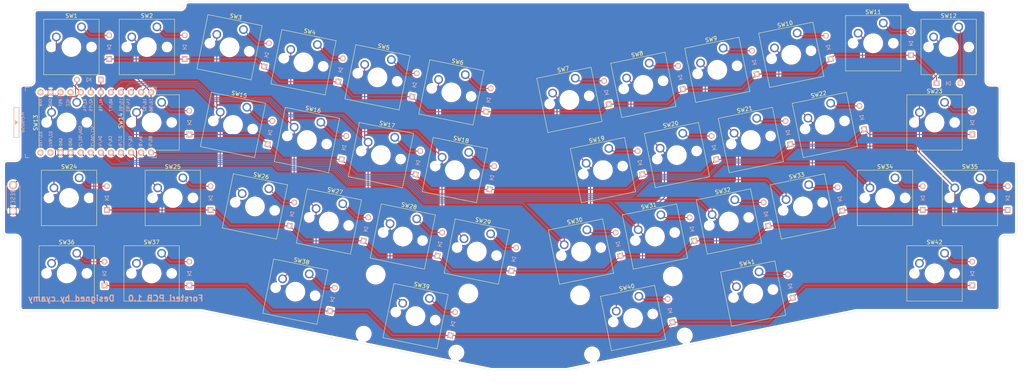
<source format=kicad_pcb>
(kicad_pcb (version 20171130) (host pcbnew "(5.1.2)-2")
  (layers (0 F.Cu signal) (31 B.Cu signal) (34 B.Paste user hide) (35 F.Paste user hide) (36 B.SilkS user) (37 F.SilkS user) (38 B.Mask user) (39 F.Mask user) (44 Edge.Cuts user))
  (net 0 "")
  (net 1 "Net-(D1-Pad2)")
  (net 2 row0)
  (net 3 "Net-(D2-Pad2)")
  (net 4 "Net-(D3-Pad2)")
  (net 5 "Net-(D4-Pad2)")
  (net 6 "Net-(D5-Pad2)")
  (net 7 "Net-(D6-Pad2)")
  (net 8 "Net-(D7-Pad2)")
  (net 9 "Net-(D8-Pad2)")
  (net 10 "Net-(D9-Pad2)")
  (net 11 "Net-(D10-Pad2)")
  (net 12 "Net-(D11-Pad2)")
  (net 13 "Net-(D12-Pad2)")
  (net 14 "Net-(D13-Pad2)")
  (net 15 row1)
  (net 16 "Net-(D14-Pad2)")
  (net 17 "Net-(D15-Pad2)")
  (net 18 "Net-(D16-Pad2)")
  (net 19 "Net-(D17-Pad2)")
  (net 20 "Net-(D18-Pad2)")
  (net 21 "Net-(D19-Pad2)")
  (net 22 "Net-(D20-Pad2)")
  (net 23 "Net-(D21-Pad2)")
  (net 24 "Net-(D22-Pad2)")
  (net 25 "Net-(D23-Pad2)")
  (net 26 "Net-(D24-Pad2)")
  (net 27 row2)
  (net 28 "Net-(D25-Pad2)")
  (net 29 "Net-(D26-Pad2)")
  (net 30 "Net-(D27-Pad2)")
  (net 31 "Net-(D28-Pad2)")
  (net 32 "Net-(D29-Pad2)")
  (net 33 "Net-(D30-Pad2)")
  (net 34 "Net-(D31-Pad2)")
  (net 35 "Net-(D32-Pad2)")
  (net 36 "Net-(D33-Pad2)")
  (net 37 "Net-(D34-Pad2)")
  (net 38 "Net-(D35-Pad2)")
  (net 39 "Net-(D36-Pad2)")
  (net 40 row3)
  (net 41 "Net-(D37-Pad2)")
  (net 42 "Net-(D38-Pad2)")
  (net 43 "Net-(D39-Pad2)")
  (net 44 "Net-(D40-Pad2)")
  (net 45 "Net-(D41-Pad2)")
  (net 46 "Net-(D42-Pad2)")
  (net 47 col0)
  (net 48 col1)
  (net 49 col2)
  (net 50 col3)
  (net 51 col4)
  (net 52 col5)
  (net 53 col6)
  (net 54 col7)
  (net 55 col8)
  (net 56 col9)
  (net 57 col10)
  (net 58 col11)
  (net 59 "Net-(SW43-Pad1)")
  (net 60 GND)
  (net 61 "Net-(U1-Pad1)")
  (net 62 "Net-(U1-Pad2)")
  (net 63 VCC)
  (net 64 "Net-(U1-Pad24)")
  (module v4r4:D3_TH (layer B.Cu) (at 43.909375 24.167 90)
    (fp_text reference D1 hide)
    (fp_text value D_Small hide)
    (pad 2 thru_hole circle (at 3 0 90) (size 1.397 1.397) (drill 0.8128) (layers *.Cu B.SilkS F.Mask) (net 1 "Net-(D1-Pad2)"))
    (pad 1 thru_hole rect (at -3 0 90) (size 1.397 1.397) (drill 0.8128) (layers *.Cu B.SilkS F.Mask) (net 2 row0))
  )
  (module v4r4:D3_TH (layer B.Cu) (at 62.959375 24.167 90)
    (fp_text reference D2 hide)
    (fp_text value D_Small hide)
    (pad 2 thru_hole circle (at 3 0 90) (size 1.397 1.397) (drill 0.8128) (layers *.Cu B.SilkS F.Mask) (net 3 "Net-(D2-Pad2)"))
    (pad 1 thru_hole rect (at -3 0 90) (size 1.397 1.397) (drill 0.8128) (layers *.Cu B.SilkS F.Mask) (net 2 row0))
  )
  (module v4r4:D3_TH (layer B.Cu) (at 83.63471 26.132027 78.5)
    (fp_text reference D3 hide)
    (fp_text value D_Small hide)
    (pad 2 thru_hole circle (at 3 0 78.5) (size 1.397 1.397) (drill 0.8128) (layers *.Cu B.SilkS F.Mask) (net 4 "Net-(D3-Pad2)"))
    (pad 1 thru_hole rect (at -3 0 78.5) (size 1.397 1.397) (drill 0.8128) (layers *.Cu B.SilkS F.Mask) (net 2 row0))
  )
  (module v4r4:D3_TH (layer B.Cu) (at 102.302275 29.929986 78.5)
    (fp_text reference D4 hide)
    (fp_text value D_Small hide)
    (pad 2 thru_hole circle (at 3 0 78.5) (size 1.397 1.397) (drill 0.8128) (layers *.Cu B.SilkS F.Mask) (net 5 "Net-(D4-Pad2)"))
    (pad 1 thru_hole rect (at -3 0 78.5) (size 1.397 1.397) (drill 0.8128) (layers *.Cu B.SilkS F.Mask) (net 2 row0))
  )
  (module v4r4:D3_TH (layer B.Cu) (at 120.969841 33.727945 78.5)
    (fp_text reference D5 hide)
    (fp_text value D_Small hide)
    (pad 2 thru_hole circle (at 3 0 78.5) (size 1.397 1.397) (drill 0.8128) (layers *.Cu B.SilkS F.Mask) (net 6 "Net-(D5-Pad2)"))
    (pad 1 thru_hole rect (at -3 0 78.5) (size 1.397 1.397) (drill 0.8128) (layers *.Cu B.SilkS F.Mask) (net 2 row0))
  )
  (module v4r4:D3_TH (layer B.Cu) (at 139.637407 37.525904 78.5)
    (fp_text reference D6 hide)
    (fp_text value D_Small hide)
    (pad 2 thru_hole circle (at 3 0 78.5) (size 1.397 1.397) (drill 0.8128) (layers *.Cu B.SilkS F.Mask) (net 7 "Net-(D6-Pad2)"))
    (pad 1 thru_hole rect (at -3 0 78.5) (size 1.397 1.397) (drill 0.8128) (layers *.Cu B.SilkS F.Mask) (net 2 row0))
  )
  (module v4r4:D3_TH (layer B.Cu) (at 169.445772 35.620944 101.5)
    (fp_text reference D7 hide)
    (fp_text value D_Small hide)
    (pad 2 thru_hole circle (at 3 0 101.5) (size 1.397 1.397) (drill 0.8128) (layers *.Cu B.SilkS F.Mask) (net 8 "Net-(D7-Pad2)"))
    (pad 1 thru_hole rect (at -3 0 101.5) (size 1.397 1.397) (drill 0.8128) (layers *.Cu B.SilkS F.Mask) (net 2 row0))
  )
  (module v4r4:D3_TH (layer B.Cu) (at 188.113338 31.822985 101.5)
    (fp_text reference D8 hide)
    (fp_text value D_Small hide)
    (pad 2 thru_hole circle (at 3 0 101.5) (size 1.397 1.397) (drill 0.8128) (layers *.Cu B.SilkS F.Mask) (net 9 "Net-(D8-Pad2)"))
    (pad 1 thru_hole rect (at -3 0 101.5) (size 1.397 1.397) (drill 0.8128) (layers *.Cu B.SilkS F.Mask) (net 2 row0))
  )
  (module v4r4:D3_TH (layer B.Cu) (at 206.780903 28.025025 101.5)
    (fp_text reference D9 hide)
    (fp_text value D_Small hide)
    (pad 2 thru_hole circle (at 3 0 101.5) (size 1.397 1.397) (drill 0.8128) (layers *.Cu B.SilkS F.Mask) (net 10 "Net-(D9-Pad2)"))
    (pad 1 thru_hole rect (at -3 0 101.5) (size 1.397 1.397) (drill 0.8128) (layers *.Cu B.SilkS F.Mask) (net 2 row0))
  )
  (module v4r4:D3_TH (layer B.Cu) (at 225.448469 24.227066 101.5)
    (fp_text reference D10 hide)
    (fp_text value D_Small hide)
    (pad 2 thru_hole circle (at 3 0 101.5) (size 1.397 1.397) (drill 0.8128) (layers *.Cu B.SilkS F.Mask) (net 11 "Net-(D10-Pad2)"))
    (pad 1 thru_hole rect (at -3 0 101.5) (size 1.397 1.397) (drill 0.8128) (layers *.Cu B.SilkS F.Mask) (net 2 row0))
  )
  (module v4r4:D3_TH (layer B.Cu) (at 246.315625 23.2145 90)
    (fp_text reference D11 hide)
    (fp_text value D_Small hide)
    (pad 2 thru_hole circle (at 3 0 90) (size 1.397 1.397) (drill 0.8128) (layers *.Cu B.SilkS F.Mask) (net 12 "Net-(D11-Pad2)"))
    (pad 1 thru_hole rect (at -3 0 90) (size 1.397 1.397) (drill 0.8128) (layers *.Cu B.SilkS F.Mask) (net 2 row0))
  )
  (module v4r4:D3_TH (layer B.Cu) (at 255.7625 33.273767)
    (fp_text reference D12 hide)
    (fp_text value D_Small hide)
    (pad 2 thru_hole circle (at 3 0) (size 1.397 1.397) (drill 0.8128) (layers *.Cu B.SilkS F.Mask) (net 13 "Net-(D12-Pad2)"))
    (pad 1 thru_hole rect (at -3 0) (size 1.397 1.397) (drill 0.8128) (layers *.Cu B.SilkS F.Mask) (net 2 row0))
  )
  (module v4r4:D3_TH (layer B.Cu) (at 38.786175 32.37192 180)
    (fp_text reference D13 hide)
    (fp_text value D_Small hide)
    (pad 2 thru_hole circle (at 3 0 180) (size 1.397 1.397) (drill 0.8128) (layers *.Cu B.SilkS F.Mask) (net 14 "Net-(D13-Pad2)"))
    (pad 1 thru_hole rect (at -3 0 180) (size 1.397 1.397) (drill 0.8128) (layers *.Cu B.SilkS F.Mask) (net 15 row1))
  )
  (module v4r4:D3_TH (layer B.Cu) (at 64.15 43.217 90)
    (fp_text reference D14 hide)
    (fp_text value D_Small hide)
    (pad 2 thru_hole circle (at 3 0 90) (size 1.397 1.397) (drill 0.8128) (layers *.Cu B.SilkS F.Mask) (net 16 "Net-(D14-Pad2)"))
    (pad 1 thru_hole rect (at -3 0 90) (size 1.397 1.397) (drill 0.8128) (layers *.Cu B.SilkS F.Mask) (net 15 row1))
  )
  (module v4r4:D3_TH (layer B.Cu) (at 84.503642 45.749082 78.5)
    (fp_text reference D15 hide)
    (fp_text value D_Small hide)
    (pad 2 thru_hole circle (at 3 0 78.5) (size 1.397 1.397) (drill 0.8128) (layers *.Cu B.SilkS F.Mask) (net 17 "Net-(D15-Pad2)"))
    (pad 1 thru_hole rect (at -3 0 78.5) (size 1.397 1.397) (drill 0.8128) (layers *.Cu B.SilkS F.Mask) (net 15 row1))
  )
  (module v4r4:D3_TH (layer B.Cu) (at 103.171208 49.547041 78.5)
    (fp_text reference D16 hide)
    (fp_text value D_Small hide)
    (pad 2 thru_hole circle (at 3 0 78.5) (size 1.397 1.397) (drill 0.8128) (layers *.Cu B.SilkS F.Mask) (net 18 "Net-(D16-Pad2)"))
    (pad 1 thru_hole rect (at -3 0 78.5) (size 1.397 1.397) (drill 0.8128) (layers *.Cu B.SilkS F.Mask) (net 15 row1))
  )
  (module v4r4:D3_TH (layer B.Cu) (at 121.838773 53.345001 78.5)
    (fp_text reference D17 hide)
    (fp_text value D_Small hide)
    (pad 2 thru_hole circle (at 3 0 78.5) (size 1.397 1.397) (drill 0.8128) (layers *.Cu B.SilkS F.Mask) (net 19 "Net-(D17-Pad2)"))
    (pad 1 thru_hole rect (at -3 0 78.5) (size 1.397 1.397) (drill 0.8128) (layers *.Cu B.SilkS F.Mask) (net 15 row1))
  )
  (module v4r4:D3_TH (layer B.Cu) (at 140.506339 57.14296 78.5)
    (fp_text reference D18 hide)
    (fp_text value D_Small hide)
    (pad 2 thru_hole circle (at 3 0 78.5) (size 1.397 1.397) (drill 0.8128) (layers *.Cu B.SilkS F.Mask) (net 20 "Net-(D18-Pad2)"))
    (pad 1 thru_hole rect (at -3 0 78.5) (size 1.397 1.397) (drill 0.8128) (layers *.Cu B.SilkS F.Mask) (net 15 row1))
  )
  (module v4r4:D3_TH (layer B.Cu) (at 177.910623 53.33902 101.5)
    (fp_text reference D19 hide)
    (fp_text value D_Small hide)
    (pad 2 thru_hole circle (at 3 0 101.5) (size 1.397 1.397) (drill 0.8128) (layers *.Cu B.SilkS F.Mask) (net 21 "Net-(D19-Pad2)"))
    (pad 1 thru_hole rect (at -3 0 101.5) (size 1.397 1.397) (drill 0.8128) (layers *.Cu B.SilkS F.Mask) (net 15 row1))
  )
  (module v4r4:D3_TH (layer B.Cu) (at 196.578188 49.54106 101.5)
    (fp_text reference D20 hide)
    (fp_text value D_Small hide)
    (pad 2 thru_hole circle (at 3 0 101.5) (size 1.397 1.397) (drill 0.8128) (layers *.Cu B.SilkS F.Mask) (net 22 "Net-(D20-Pad2)"))
    (pad 1 thru_hole rect (at -3 0 101.5) (size 1.397 1.397) (drill 0.8128) (layers *.Cu B.SilkS F.Mask) (net 15 row1))
  )
  (module v4r4:D3_TH (layer B.Cu) (at 215.245754 45.743101 101.5)
    (fp_text reference D21 hide)
    (fp_text value D_Small hide)
    (pad 2 thru_hole circle (at 3 0 101.5) (size 1.397 1.397) (drill 0.8128) (layers *.Cu B.SilkS F.Mask) (net 23 "Net-(D21-Pad2)"))
    (pad 1 thru_hole rect (at -3 0 101.5) (size 1.397 1.397) (drill 0.8128) (layers *.Cu B.SilkS F.Mask) (net 15 row1))
  )
  (module v4r4:D3_TH (layer B.Cu) (at 233.91332 41.945142 101.5)
    (fp_text reference D22 hide)
    (fp_text value D_Small hide)
    (pad 2 thru_hole circle (at 3 0 101.5) (size 1.397 1.397) (drill 0.8128) (layers *.Cu B.SilkS F.Mask) (net 24 "Net-(D22-Pad2)"))
    (pad 1 thru_hole rect (at -3 0 101.5) (size 1.397 1.397) (drill 0.8128) (layers *.Cu B.SilkS F.Mask) (net 15 row1))
  )
  (module v4r4:D3_TH (layer B.Cu) (at 261.794 43.217 90)
    (fp_text reference D23 hide)
    (fp_text value D_Small hide)
    (pad 2 thru_hole circle (at 3 0 90) (size 1.397 1.397) (drill 0.8128) (layers *.Cu B.SilkS F.Mask) (net 25 "Net-(D23-Pad2)"))
    (pad 1 thru_hole rect (at -3 0 90) (size 1.397 1.397) (drill 0.8128) (layers *.Cu B.SilkS F.Mask) (net 15 row1))
  )
  (module v4r4:D3_TH (layer B.Cu) (at 43.314312 62.267 90)
    (fp_text reference D24 hide)
    (fp_text value D_Small hide)
    (pad 2 thru_hole circle (at 3 0 90) (size 1.397 1.397) (drill 0.8128) (layers *.Cu B.SilkS F.Mask) (net 26 "Net-(D24-Pad2)"))
    (pad 1 thru_hole rect (at -3 0 90) (size 1.397 1.397) (drill 0.8128) (layers *.Cu B.SilkS F.Mask) (net 27 row2))
  )
  (module v4r4:D3_TH (layer B.Cu) (at 69.507812 62.267 90)
    (fp_text reference D25 hide)
    (fp_text value D_Small hide)
    (pad 2 thru_hole circle (at 3 0 90) (size 1.397 1.397) (drill 0.8128) (layers *.Cu B.SilkS F.Mask) (net 28 "Net-(D25-Pad2)"))
    (pad 1 thru_hole rect (at -3 0 90) (size 1.397 1.397) (drill 0.8128) (layers *.Cu B.SilkS F.Mask) (net 27 row2))
  )
  (module v4r4:D3_TH (layer B.Cu) (at 90.039466 66.315627 78.5)
    (fp_text reference D26 hide)
    (fp_text value D_Small hide)
    (pad 2 thru_hole circle (at 3 0 78.5) (size 1.397 1.397) (drill 0.8128) (layers *.Cu B.SilkS F.Mask) (net 29 "Net-(D26-Pad2)"))
    (pad 1 thru_hole rect (at -3 0 78.5) (size 1.397 1.397) (drill 0.8128) (layers *.Cu B.SilkS F.Mask) (net 27 row2))
  )
  (module v4r4:D3_TH (layer B.Cu) (at 108.707031 70.113587 78.5)
    (fp_text reference D27 hide)
    (fp_text value D_Small hide)
    (pad 2 thru_hole circle (at 3 0 78.5) (size 1.397 1.397) (drill 0.8128) (layers *.Cu B.SilkS F.Mask) (net 30 "Net-(D27-Pad2)"))
    (pad 1 thru_hole rect (at -3 0 78.5) (size 1.397 1.397) (drill 0.8128) (layers *.Cu B.SilkS F.Mask) (net 27 row2))
  )
  (module v4r4:D3_TH (layer B.Cu) (at 127.374597 73.911546 78.5)
    (fp_text reference D28 hide)
    (fp_text value D_Small hide)
    (pad 2 thru_hole circle (at 3 0 78.5) (size 1.397 1.397) (drill 0.8128) (layers *.Cu B.SilkS F.Mask) (net 31 "Net-(D28-Pad2)"))
    (pad 1 thru_hole rect (at -3 0 78.5) (size 1.397 1.397) (drill 0.8128) (layers *.Cu B.SilkS F.Mask) (net 27 row2))
  )
  (module v4r4:D3_TH (layer B.Cu) (at 146.042162 77.709505 78.5)
    (fp_text reference D29 hide)
    (fp_text value D_Small hide)
    (pad 2 thru_hole circle (at 3 0 78.5) (size 1.397 1.397) (drill 0.8128) (layers *.Cu B.SilkS F.Mask) (net 32 "Net-(D29-Pad2)"))
    (pad 1 thru_hole rect (at -3 0 78.5) (size 1.397 1.397) (drill 0.8128) (layers *.Cu B.SilkS F.Mask) (net 27 row2))
  )
  (module v4r4:D3_TH (layer B.Cu) (at 172.374799 73.905565 101.5)
    (fp_text reference D30 hide)
    (fp_text value D_Small hide)
    (pad 2 thru_hole circle (at 3 0 101.5) (size 1.397 1.397) (drill 0.8128) (layers *.Cu B.SilkS F.Mask) (net 33 "Net-(D30-Pad2)"))
    (pad 1 thru_hole rect (at -3 0 101.5) (size 1.397 1.397) (drill 0.8128) (layers *.Cu B.SilkS F.Mask) (net 27 row2))
  )
  (module v4r4:D3_TH (layer B.Cu) (at 191.042365 70.107606 101.5)
    (fp_text reference D31 hide)
    (fp_text value D_Small hide)
    (pad 2 thru_hole circle (at 3 0 101.5) (size 1.397 1.397) (drill 0.8128) (layers *.Cu B.SilkS F.Mask) (net 34 "Net-(D31-Pad2)"))
    (pad 1 thru_hole rect (at -3 0 101.5) (size 1.397 1.397) (drill 0.8128) (layers *.Cu B.SilkS F.Mask) (net 27 row2))
  )
  (module v4r4:D3_TH (layer B.Cu) (at 209.70993 66.309647 101.5)
    (fp_text reference D32 hide)
    (fp_text value D_Small hide)
    (pad 2 thru_hole circle (at 3 0 101.5) (size 1.397 1.397) (drill 0.8128) (layers *.Cu B.SilkS F.Mask) (net 35 "Net-(D32-Pad2)"))
    (pad 1 thru_hole rect (at -3 0 101.5) (size 1.397 1.397) (drill 0.8128) (layers *.Cu B.SilkS F.Mask) (net 27 row2))
  )
  (module v4r4:D3_TH (layer B.Cu) (at 228.377496 62.511687 101.5)
    (fp_text reference D33 hide)
    (fp_text value D_Small hide)
    (pad 2 thru_hole circle (at 3 0 101.5) (size 1.397 1.397) (drill 0.8128) (layers *.Cu B.SilkS F.Mask) (net 36 "Net-(D33-Pad2)"))
    (pad 1 thru_hole rect (at -3 0 101.5) (size 1.397 1.397) (drill 0.8128) (layers *.Cu B.SilkS F.Mask) (net 27 row2))
  )
  (module v4r4:D3_TH (layer B.Cu) (at 249.292187 62.267 90)
    (fp_text reference D34 hide)
    (fp_text value D_Small hide)
    (pad 2 thru_hole circle (at 3 0 90) (size 1.397 1.397) (drill 0.8128) (layers *.Cu B.SilkS F.Mask) (net 37 "Net-(D34-Pad2)"))
    (pad 1 thru_hole rect (at -3 0 90) (size 1.397 1.397) (drill 0.8128) (layers *.Cu B.SilkS F.Mask) (net 27 row2))
  )
  (module v4r4:D3_TH (layer B.Cu) (at 270.723187 62.267 90)
    (fp_text reference D35 hide)
    (fp_text value D_Small hide)
    (pad 2 thru_hole circle (at 3 0 90) (size 1.397 1.397) (drill 0.8128) (layers *.Cu B.SilkS F.Mask) (net 38 "Net-(D35-Pad2)"))
    (pad 1 thru_hole rect (at -3 0 90) (size 1.397 1.397) (drill 0.8128) (layers *.Cu B.SilkS F.Mask) (net 27 row2))
  )
  (module v4r4:D3_TH (layer B.Cu) (at 42.7185 81.317 90)
    (fp_text reference D36 hide)
    (fp_text value D_Small hide)
    (pad 2 thru_hole circle (at 3 0 90) (size 1.397 1.397) (drill 0.8128) (layers *.Cu B.SilkS F.Mask) (net 39 "Net-(D36-Pad2)"))
    (pad 1 thru_hole rect (at -3 0 90) (size 1.397 1.397) (drill 0.8128) (layers *.Cu B.SilkS F.Mask) (net 40 row3))
  )
  (module v4r4:D3_TH (layer B.Cu) (at 64.15 81.317 90)
    (fp_text reference D37 hide)
    (fp_text value D_Small hide)
    (pad 2 thru_hole circle (at 3 0 90) (size 1.397 1.397) (drill 0.8128) (layers *.Cu B.SilkS F.Mask) (net 41 "Net-(D37-Pad2)"))
    (pad 1 thru_hole rect (at -3 0 90) (size 1.397 1.397) (drill 0.8128) (layers *.Cu B.SilkS F.Mask) (net 40 row3))
  )
  (module v4r4:D3_TH (layer B.Cu) (at 100.242181 87.831662 78.5)
    (fp_text reference D38 hide)
    (fp_text value D_Small hide)
    (pad 2 thru_hole circle (at 3 0 78.5) (size 1.397 1.397) (drill 0.8128) (layers *.Cu B.SilkS F.Mask) (net 42 "Net-(D38-Pad2)"))
    (pad 1 thru_hole rect (at -3 0 78.5) (size 1.397 1.397) (drill 0.8128) (layers *.Cu B.SilkS F.Mask) (net 40 row3))
  )
  (module v4r4:D3_TH (layer B.Cu) (at 130.65133 94.003296 78.5)
    (fp_text reference D39 hide)
    (fp_text value D_Small hide)
    (pad 2 thru_hole circle (at 3 0 78.5) (size 1.397 1.397) (drill 0.8128) (layers *.Cu B.SilkS F.Mask) (net 43 "Net-(D39-Pad2)"))
    (pad 1 thru_hole rect (at -3 0 78.5) (size 1.397 1.397) (drill 0.8128) (layers *.Cu B.SilkS F.Mask) (net 40 row3))
  )
  (module v4r4:D3_TH (layer B.Cu) (at 185.506541 90.674151 101.5)
    (fp_text reference D40 hide)
    (fp_text value D_Small hide)
    (pad 2 thru_hole circle (at 3 0 101.5) (size 1.397 1.397) (drill 0.8128) (layers *.Cu B.SilkS F.Mask) (net 44 "Net-(D40-Pad2)"))
    (pad 1 thru_hole rect (at -3 0 101.5) (size 1.397 1.397) (drill 0.8128) (layers *.Cu B.SilkS F.Mask) (net 40 row3))
  )
  (module v4r4:D3_TH (layer B.Cu) (at 215.84109 84.502517 101.5)
    (fp_text reference D41 hide)
    (fp_text value D_Small hide)
    (pad 2 thru_hole circle (at 3 0 101.5) (size 1.397 1.397) (drill 0.8128) (layers *.Cu B.SilkS F.Mask) (net 45 "Net-(D41-Pad2)"))
    (pad 1 thru_hole rect (at -3 0 101.5) (size 1.397 1.397) (drill 0.8128) (layers *.Cu B.SilkS F.Mask) (net 40 row3))
  )
  (module v4r4:D3_TH (layer B.Cu) (at 261.794 81.317 90)
    (fp_text reference D42 hide)
    (fp_text value D_Small hide)
    (pad 2 thru_hole circle (at 3 0 90) (size 1.397 1.397) (drill 0.8128) (layers *.Cu B.SilkS F.Mask) (net 46 "Net-(D42-Pad2)"))
    (pad 1 thru_hole rect (at -3 0 90) (size 1.397 1.397) (drill 0.8128) (layers *.Cu B.SilkS F.Mask) (net 40 row3))
  )
  (module Button_Switch_Keyboard:SW_Cherry_MX_1.00u_PCB (layer F.Cu) (at 36.909375 19.05)
    (fp_text reference SW1 (at -2.54 -2.794) (layer F.SilkS))
    (fp_text value SW_PUSH)
    (pad 1 thru_hole circle (at 0 0) (size 2.2 2.2) (drill 1.5) (layers *.Cu *.Mask) (net 1 "Net-(D1-Pad2)"))
    (pad 2 thru_hole circle (at -6.35 2.54) (size 2.2 2.2) (drill 1.5) (layers *.Cu *.Mask) (net 47 col0))
    (pad "" np_thru_hole circle (at -2.54 5.08) (size 4 4) (drill 4) (layers *.Cu *.Mask))
    (pad "" np_thru_hole circle (at -7.62 5.08) (size 1.7 1.7) (drill 1.7) (layers *.Cu *.Mask))
    (pad "" np_thru_hole circle (at 2.54 5.08) (size 1.7 1.7) (drill 1.7) (layers *.Cu *.Mask))
  )
  (module Button_Switch_Keyboard:SW_Cherry_MX_1.00u_PCB (layer F.Cu) (at 55.959375 19.05)
    (fp_text reference SW2 (at -2.54 -2.794) (layer F.SilkS))
    (fp_text value SW_PUSH)
    (pad "" np_thru_hole circle (at 2.54 5.08) (size 1.7 1.7) (drill 1.7) (layers *.Cu *.Mask))
    (pad "" np_thru_hole circle (at -7.62 5.08) (size 1.7 1.7) (drill 1.7) (layers *.Cu *.Mask))
    (pad "" np_thru_hole circle (at -2.54 5.08) (size 4 4) (drill 4) (layers *.Cu *.Mask))
    (pad 2 thru_hole circle (at -6.35 2.54) (size 2.2 2.2) (drill 1.5) (layers *.Cu *.Mask) (net 48 col1))
    (pad 1 thru_hole circle (at 0 0) (size 2.2 2.2) (drill 1.5) (layers *.Cu *.Mask) (net 3 "Net-(D2-Pad2)"))
  )
  (module Button_Switch_Keyboard:SW_Cherry_MX_1.00u_PCB (layer F.Cu) (at 77.796998 19.722338 348.5)
    (fp_text reference SW3 (at -2.54 -2.794 348.5) (layer F.SilkS))
    (fp_text value SW_PUSH)
    (pad 1 thru_hole circle (at 0 0 348.5) (size 2.2 2.2) (drill 1.5) (layers *.Cu *.Mask) (net 4 "Net-(D3-Pad2)"))
    (pad 2 thru_hole circle (at -6.35 2.54 348.5) (size 2.2 2.2) (drill 1.5) (layers *.Cu *.Mask) (net 49 col2))
    (pad "" np_thru_hole circle (at -2.54 5.08 348.5) (size 4 4) (drill 4) (layers *.Cu *.Mask))
    (pad "" np_thru_hole circle (at -7.62 5.08 348.5) (size 1.7 1.7) (drill 1.7) (layers *.Cu *.Mask))
    (pad "" np_thru_hole circle (at 2.54 5.08 348.5) (size 1.7 1.7) (drill 1.7) (layers *.Cu *.Mask))
  )
  (module Button_Switch_Keyboard:SW_Cherry_MX_1.00u_PCB (layer F.Cu) (at 96.464563 23.520297 348.5)
    (fp_text reference SW4 (at -2.54 -2.794 348.5) (layer F.SilkS))
    (fp_text value SW_PUSH)
    (pad "" np_thru_hole circle (at 2.54 5.08 348.5) (size 1.7 1.7) (drill 1.7) (layers *.Cu *.Mask))
    (pad "" np_thru_hole circle (at -7.62 5.08 348.5) (size 1.7 1.7) (drill 1.7) (layers *.Cu *.Mask))
    (pad "" np_thru_hole circle (at -2.54 5.08 348.5) (size 4 4) (drill 4) (layers *.Cu *.Mask))
    (pad 2 thru_hole circle (at -6.35 2.54 348.5) (size 2.2 2.2) (drill 1.5) (layers *.Cu *.Mask) (net 50 col3))
    (pad 1 thru_hole circle (at 0 0 348.5) (size 2.2 2.2) (drill 1.5) (layers *.Cu *.Mask) (net 5 "Net-(D4-Pad2)"))
  )
  (module Button_Switch_Keyboard:SW_Cherry_MX_1.00u_PCB (layer F.Cu) (at 115.132129 27.318256 348.5)
    (fp_text reference SW5 (at -2.54 -2.794 348.5) (layer F.SilkS))
    (fp_text value SW_PUSH)
    (pad 1 thru_hole circle (at 0 0 348.5) (size 2.2 2.2) (drill 1.5) (layers *.Cu *.Mask) (net 6 "Net-(D5-Pad2)"))
    (pad 2 thru_hole circle (at -6.35 2.54 348.5) (size 2.2 2.2) (drill 1.5) (layers *.Cu *.Mask) (net 51 col4))
    (pad "" np_thru_hole circle (at -2.54 5.08 348.5) (size 4 4) (drill 4) (layers *.Cu *.Mask))
    (pad "" np_thru_hole circle (at -7.62 5.08 348.5) (size 1.7 1.7) (drill 1.7) (layers *.Cu *.Mask))
    (pad "" np_thru_hole circle (at 2.54 5.08 348.5) (size 1.7 1.7) (drill 1.7) (layers *.Cu *.Mask))
  )
  (module Button_Switch_Keyboard:SW_Cherry_MX_1.00u_PCB (layer F.Cu) (at 133.799695 31.116215 348.5)
    (fp_text reference SW6 (at -2.54 -2.794 348.5) (layer F.SilkS))
    (fp_text value SW_PUSH)
    (pad 1 thru_hole circle (at 0 0 348.5) (size 2.2 2.2) (drill 1.5) (layers *.Cu *.Mask) (net 7 "Net-(D6-Pad2)"))
    (pad 2 thru_hole circle (at -6.35 2.54 348.5) (size 2.2 2.2) (drill 1.5) (layers *.Cu *.Mask) (net 52 col5))
    (pad "" np_thru_hole circle (at -2.54 5.08 348.5) (size 4 4) (drill 4) (layers *.Cu *.Mask))
    (pad "" np_thru_hole circle (at -7.62 5.08 348.5) (size 1.7 1.7) (drill 1.7) (layers *.Cu *.Mask))
    (pad "" np_thru_hole circle (at 2.54 5.08 348.5) (size 1.7 1.7) (drill 1.7) (layers *.Cu *.Mask))
  )
  (module Button_Switch_Keyboard:SW_Cherry_MX_1.00u_PCB (layer F.Cu) (at 161.564539 32.002406 11.5)
    (fp_text reference SW7 (at -2.54 -2.794 11.5) (layer F.SilkS))
    (fp_text value SW_PUSH)
    (pad "" np_thru_hole circle (at 2.54 5.08 11.5) (size 1.7 1.7) (drill 1.7) (layers *.Cu *.Mask))
    (pad "" np_thru_hole circle (at -7.62 5.08 11.5) (size 1.7 1.7) (drill 1.7) (layers *.Cu *.Mask))
    (pad "" np_thru_hole circle (at -2.54 5.08 11.5) (size 4 4) (drill 4) (layers *.Cu *.Mask))
    (pad 2 thru_hole circle (at -6.35 2.54 11.5) (size 2.2 2.2) (drill 1.5) (layers *.Cu *.Mask) (net 53 col6))
    (pad 1 thru_hole circle (at 0 0 11.5) (size 2.2 2.2) (drill 1.5) (layers *.Cu *.Mask) (net 8 "Net-(D7-Pad2)"))
  )
  (module Button_Switch_Keyboard:SW_Cherry_MX_1.00u_PCB (layer F.Cu) (at 180.232105 28.204447 11.5)
    (fp_text reference SW8 (at -2.54 -2.794 11.5) (layer F.SilkS))
    (fp_text value SW_PUSH)
    (pad 1 thru_hole circle (at 0 0 11.5) (size 2.2 2.2) (drill 1.5) (layers *.Cu *.Mask) (net 9 "Net-(D8-Pad2)"))
    (pad 2 thru_hole circle (at -6.35 2.54 11.5) (size 2.2 2.2) (drill 1.5) (layers *.Cu *.Mask) (net 54 col7))
    (pad "" np_thru_hole circle (at -2.54 5.08 11.5) (size 4 4) (drill 4) (layers *.Cu *.Mask))
    (pad "" np_thru_hole circle (at -7.62 5.08 11.5) (size 1.7 1.7) (drill 1.7) (layers *.Cu *.Mask))
    (pad "" np_thru_hole circle (at 2.54 5.08 11.5) (size 1.7 1.7) (drill 1.7) (layers *.Cu *.Mask))
  )
  (module Button_Switch_Keyboard:SW_Cherry_MX_1.00u_PCB (layer F.Cu) (at 198.89967 24.406487 11.5)
    (fp_text reference SW9 (at -2.54 -2.794 11.5) (layer F.SilkS))
    (fp_text value SW_PUSH)
    (pad 1 thru_hole circle (at 0 0 11.5) (size 2.2 2.2) (drill 1.5) (layers *.Cu *.Mask) (net 10 "Net-(D9-Pad2)"))
    (pad 2 thru_hole circle (at -6.35 2.54 11.5) (size 2.2 2.2) (drill 1.5) (layers *.Cu *.Mask) (net 55 col8))
    (pad "" np_thru_hole circle (at -2.54 5.08 11.5) (size 4 4) (drill 4) (layers *.Cu *.Mask))
    (pad "" np_thru_hole circle (at -7.62 5.08 11.5) (size 1.7 1.7) (drill 1.7) (layers *.Cu *.Mask))
    (pad "" np_thru_hole circle (at 2.54 5.08 11.5) (size 1.7 1.7) (drill 1.7) (layers *.Cu *.Mask))
  )
  (module Button_Switch_Keyboard:SW_Cherry_MX_1.00u_PCB (layer F.Cu) (at 217.567236 20.608528 11.5)
    (fp_text reference SW10 (at -2.54 -2.794 11.5) (layer F.SilkS))
    (fp_text value SW_PUSH)
    (pad 1 thru_hole circle (at 0 0 11.5) (size 2.2 2.2) (drill 1.5) (layers *.Cu *.Mask) (net 11 "Net-(D10-Pad2)"))
    (pad 2 thru_hole circle (at -6.35 2.54 11.5) (size 2.2 2.2) (drill 1.5) (layers *.Cu *.Mask) (net 56 col9))
    (pad "" np_thru_hole circle (at -2.54 5.08 11.5) (size 4 4) (drill 4) (layers *.Cu *.Mask))
    (pad "" np_thru_hole circle (at -7.62 5.08 11.5) (size 1.7 1.7) (drill 1.7) (layers *.Cu *.Mask))
    (pad "" np_thru_hole circle (at 2.54 5.08 11.5) (size 1.7 1.7) (drill 1.7) (layers *.Cu *.Mask))
  )
  (module Button_Switch_Keyboard:SW_Cherry_MX_1.00u_PCB (layer F.Cu) (at 239.315625 18.0975)
    (fp_text reference SW11 (at -2.54 -2.794) (layer F.SilkS))
    (fp_text value SW_PUSH)
    (pad "" np_thru_hole circle (at 2.54 5.08) (size 1.7 1.7) (drill 1.7) (layers *.Cu *.Mask))
    (pad "" np_thru_hole circle (at -7.62 5.08) (size 1.7 1.7) (drill 1.7) (layers *.Cu *.Mask))
    (pad "" np_thru_hole circle (at -2.54 5.08) (size 4 4) (drill 4) (layers *.Cu *.Mask))
    (pad 2 thru_hole circle (at -6.35 2.54) (size 2.2 2.2) (drill 1.5) (layers *.Cu *.Mask) (net 57 col10))
    (pad 1 thru_hole circle (at 0 0) (size 2.2 2.2) (drill 1.5) (layers *.Cu *.Mask) (net 12 "Net-(D11-Pad2)"))
  )
  (module Button_Switch_Keyboard:SW_Cherry_MX_1.00u_PCB (layer F.Cu) (at 258.365625 19.05)
    (fp_text reference SW12 (at -2.54 -2.794) (layer F.SilkS))
    (fp_text value SW_PUSH)
    (pad 1 thru_hole circle (at 0 0) (size 2.2 2.2) (drill 1.5) (layers *.Cu *.Mask) (net 13 "Net-(D12-Pad2)"))
    (pad 2 thru_hole circle (at -6.35 2.54) (size 2.2 2.2) (drill 1.5) (layers *.Cu *.Mask) (net 58 col11))
    (pad "" np_thru_hole circle (at -2.54 5.08) (size 4 4) (drill 4) (layers *.Cu *.Mask))
    (pad "" np_thru_hole circle (at -7.62 5.08) (size 1.7 1.7) (drill 1.7) (layers *.Cu *.Mask))
    (pad "" np_thru_hole circle (at 2.54 5.08) (size 1.7 1.7) (drill 1.7) (layers *.Cu *.Mask))
  )
  (module Button_Switch_Keyboard:SW_Cherry_MX_1.25u_PCB (layer F.Cu) (at 35.7185 38.1)
    (fp_text reference SW13 (at -10.374125 5.165 90) (layer F.SilkS))
    (fp_text value SW_PUSH)
    (pad 1 thru_hole circle (at 0 0) (size 2.2 2.2) (drill 1.5) (layers *.Cu *.Mask) (net 14 "Net-(D13-Pad2)"))
    (pad 2 thru_hole circle (at -6.35 2.54) (size 2.2 2.2) (drill 1.5) (layers *.Cu *.Mask) (net 47 col0))
    (pad "" np_thru_hole circle (at -2.54 5.08) (size 4 4) (drill 4) (layers *.Cu *.Mask))
    (pad "" np_thru_hole circle (at -7.62 5.08) (size 1.7 1.7) (drill 1.7) (layers *.Cu *.Mask))
    (pad "" np_thru_hole circle (at 2.54 5.08) (size 1.7 1.7) (drill 1.7) (layers *.Cu *.Mask))
  )
  (module Button_Switch_Keyboard:SW_Cherry_MX_1.00u_PCB (layer F.Cu) (at 57.15 38.1)
    (fp_text reference SW14 (at -10.305625 4.665 90) (layer F.SilkS))
    (fp_text value SW_PUSH)
    (pad "" np_thru_hole circle (at 2.54 5.08) (size 1.7 1.7) (drill 1.7) (layers *.Cu *.Mask))
    (pad "" np_thru_hole circle (at -7.62 5.08) (size 1.7 1.7) (drill 1.7) (layers *.Cu *.Mask))
    (pad "" np_thru_hole circle (at -2.54 5.08) (size 4 4) (drill 4) (layers *.Cu *.Mask))
    (pad 2 thru_hole circle (at -6.35 2.54) (size 2.2 2.2) (drill 1.5) (layers *.Cu *.Mask) (net 48 col1))
    (pad 1 thru_hole circle (at 0 0) (size 2.2 2.2) (drill 1.5) (layers *.Cu *.Mask) (net 16 "Net-(D14-Pad2)"))
  )
  (module Button_Switch_Keyboard:SW_Cherry_MX_1.00u_PCB (layer F.Cu) (at 78.66593 39.339393 348.5)
    (fp_text reference SW15 (at -2.54 -2.794 348.5) (layer F.SilkS))
    (fp_text value SW_PUSH)
    (pad 1 thru_hole circle (at 0 0 348.5) (size 2.2 2.2) (drill 1.5) (layers *.Cu *.Mask) (net 17 "Net-(D15-Pad2)"))
    (pad 2 thru_hole circle (at -6.35 2.54 348.5) (size 2.2 2.2) (drill 1.5) (layers *.Cu *.Mask) (net 49 col2))
    (pad "" np_thru_hole circle (at -2.54 5.08 348.5) (size 4 4) (drill 4) (layers *.Cu *.Mask))
    (pad "" np_thru_hole circle (at -7.62 5.08 348.5) (size 1.7 1.7) (drill 1.7) (layers *.Cu *.Mask))
    (pad "" np_thru_hole circle (at 2.54 5.08 348.5) (size 1.7 1.7) (drill 1.7) (layers *.Cu *.Mask))
  )
  (module Button_Switch_Keyboard:SW_Cherry_MX_1.00u_PCB (layer F.Cu) (at 97.333496 43.137352 348.5)
    (fp_text reference SW16 (at -2.54 -2.794 348.5) (layer F.SilkS))
    (fp_text value SW_PUSH)
    (pad "" np_thru_hole circle (at 2.54 5.08 348.5) (size 1.7 1.7) (drill 1.7) (layers *.Cu *.Mask))
    (pad "" np_thru_hole circle (at -7.62 5.08 348.5) (size 1.7 1.7) (drill 1.7) (layers *.Cu *.Mask))
    (pad "" np_thru_hole circle (at -2.54 5.08 348.5) (size 4 4) (drill 4) (layers *.Cu *.Mask))
    (pad 2 thru_hole circle (at -6.35 2.54 348.5) (size 2.2 2.2) (drill 1.5) (layers *.Cu *.Mask) (net 50 col3))
    (pad 1 thru_hole circle (at 0 0 348.5) (size 2.2 2.2) (drill 1.5) (layers *.Cu *.Mask) (net 18 "Net-(D16-Pad2)"))
  )
  (module Button_Switch_Keyboard:SW_Cherry_MX_1.00u_PCB (layer F.Cu) (at 116.001061 46.935312 348.5)
    (fp_text reference SW17 (at -2.54 -2.794 348.5) (layer F.SilkS))
    (fp_text value SW_PUSH)
    (pad 1 thru_hole circle (at 0 0 348.5) (size 2.2 2.2) (drill 1.5) (layers *.Cu *.Mask) (net 19 "Net-(D17-Pad2)"))
    (pad 2 thru_hole circle (at -6.35 2.54 348.5) (size 2.2 2.2) (drill 1.5) (layers *.Cu *.Mask) (net 51 col4))
    (pad "" np_thru_hole circle (at -2.54 5.08 348.5) (size 4 4) (drill 4) (layers *.Cu *.Mask))
    (pad "" np_thru_hole circle (at -7.62 5.08 348.5) (size 1.7 1.7) (drill 1.7) (layers *.Cu *.Mask))
    (pad "" np_thru_hole circle (at 2.54 5.08 348.5) (size 1.7 1.7) (drill 1.7) (layers *.Cu *.Mask))
  )
  (module Button_Switch_Keyboard:SW_Cherry_MX_1.00u_PCB (layer F.Cu) (at 134.668627 50.733271 348.5)
    (fp_text reference SW18 (at -2.54 -2.794 348.5) (layer F.SilkS))
    (fp_text value SW_PUSH)
    (pad "" np_thru_hole circle (at 2.54 5.08 348.5) (size 1.7 1.7) (drill 1.7) (layers *.Cu *.Mask))
    (pad "" np_thru_hole circle (at -7.62 5.08 348.5) (size 1.7 1.7) (drill 1.7) (layers *.Cu *.Mask))
    (pad "" np_thru_hole circle (at -2.54 5.08 348.5) (size 4 4) (drill 4) (layers *.Cu *.Mask))
    (pad 2 thru_hole circle (at -6.35 2.54 348.5) (size 2.2 2.2) (drill 1.5) (layers *.Cu *.Mask) (net 52 col5))
    (pad 1 thru_hole circle (at 0 0 348.5) (size 2.2 2.2) (drill 1.5) (layers *.Cu *.Mask) (net 20 "Net-(D18-Pad2)"))
  )
  (module Button_Switch_Keyboard:SW_Cherry_MX_1.00u_PCB (layer F.Cu) (at 170.02939 49.720482 11.5)
    (fp_text reference SW19 (at -2.54 -2.794 11.5) (layer F.SilkS))
    (fp_text value SW_PUSH)
    (pad "" np_thru_hole circle (at 2.54 5.08 11.5) (size 1.7 1.7) (drill 1.7) (layers *.Cu *.Mask))
    (pad "" np_thru_hole circle (at -7.62 5.08 11.5) (size 1.7 1.7) (drill 1.7) (layers *.Cu *.Mask))
    (pad "" np_thru_hole circle (at -2.54 5.08 11.5) (size 4 4) (drill 4) (layers *.Cu *.Mask))
    (pad 2 thru_hole circle (at -6.35 2.54 11.5) (size 2.2 2.2) (drill 1.5) (layers *.Cu *.Mask) (net 53 col6))
    (pad 1 thru_hole circle (at 0 0 11.5) (size 2.2 2.2) (drill 1.5) (layers *.Cu *.Mask) (net 21 "Net-(D19-Pad2)"))
  )
  (module Button_Switch_Keyboard:SW_Cherry_MX_1.00u_PCB (layer F.Cu) (at 188.696955 45.922522 11.5)
    (fp_text reference SW20 (at -2.54 -2.794 11.5) (layer F.SilkS))
    (fp_text value SW_PUSH)
    (pad 1 thru_hole circle (at 0 0 11.5) (size 2.2 2.2) (drill 1.5) (layers *.Cu *.Mask) (net 22 "Net-(D20-Pad2)"))
    (pad 2 thru_hole circle (at -6.35 2.54 11.5) (size 2.2 2.2) (drill 1.5) (layers *.Cu *.Mask) (net 54 col7))
    (pad "" np_thru_hole circle (at -2.54 5.08 11.5) (size 4 4) (drill 4) (layers *.Cu *.Mask))
    (pad "" np_thru_hole circle (at -7.62 5.08 11.5) (size 1.7 1.7) (drill 1.7) (layers *.Cu *.Mask))
    (pad "" np_thru_hole circle (at 2.54 5.08 11.5) (size 1.7 1.7) (drill 1.7) (layers *.Cu *.Mask))
  )
  (module Button_Switch_Keyboard:SW_Cherry_MX_1.00u_PCB (layer F.Cu) (at 207.364521 42.124563 11.5)
    (fp_text reference SW21 (at -2.54 -2.794 11.5) (layer F.SilkS))
    (fp_text value SW_PUSH)
    (pad "" np_thru_hole circle (at 2.54 5.08 11.5) (size 1.7 1.7) (drill 1.7) (layers *.Cu *.Mask))
    (pad "" np_thru_hole circle (at -7.62 5.08 11.5) (size 1.7 1.7) (drill 1.7) (layers *.Cu *.Mask))
    (pad "" np_thru_hole circle (at -2.54 5.08 11.5) (size 4 4) (drill 4) (layers *.Cu *.Mask))
    (pad 2 thru_hole circle (at -6.35 2.54 11.5) (size 2.2 2.2) (drill 1.5) (layers *.Cu *.Mask) (net 55 col8))
    (pad 1 thru_hole circle (at 0 0 11.5) (size 2.2 2.2) (drill 1.5) (layers *.Cu *.Mask) (net 23 "Net-(D21-Pad2)"))
  )
  (module Button_Switch_Keyboard:SW_Cherry_MX_1.00u_PCB (layer F.Cu) (at 226.032087 38.326604 11.5)
    (fp_text reference SW22 (at -2.54 -2.794 11.5) (layer F.SilkS))
    (fp_text value SW_PUSH)
    (pad "" np_thru_hole circle (at 2.54 5.08 11.5) (size 1.7 1.7) (drill 1.7) (layers *.Cu *.Mask))
    (pad "" np_thru_hole circle (at -7.62 5.08 11.5) (size 1.7 1.7) (drill 1.7) (layers *.Cu *.Mask))
    (pad "" np_thru_hole circle (at -2.54 5.08 11.5) (size 4 4) (drill 4) (layers *.Cu *.Mask))
    (pad 2 thru_hole circle (at -6.35 2.54 11.5) (size 2.2 2.2) (drill 1.5) (layers *.Cu *.Mask) (net 56 col9))
    (pad 1 thru_hole circle (at 0 0 11.5) (size 2.2 2.2) (drill 1.5) (layers *.Cu *.Mask) (net 24 "Net-(D22-Pad2)"))
  )
  (module Button_Switch_Keyboard:SW_Cherry_MX_1.75u_PCB (layer F.Cu) (at 254.794 38.1)
    (fp_text reference SW23 (at -2.54 -2.794) (layer F.SilkS))
    (fp_text value SW_PUSH)
    (pad "" np_thru_hole circle (at 2.54 5.08) (size 1.7 1.7) (drill 1.7) (layers *.Cu *.Mask))
    (pad "" np_thru_hole circle (at -7.62 5.08) (size 1.7 1.7) (drill 1.7) (layers *.Cu *.Mask))
    (pad "" np_thru_hole circle (at -2.54 5.08) (size 4 4) (drill 4) (layers *.Cu *.Mask))
    (pad 2 thru_hole circle (at -6.35 2.54) (size 2.2 2.2) (drill 1.5) (layers *.Cu *.Mask) (net 58 col11))
    (pad 1 thru_hole circle (at 0 0) (size 2.2 2.2) (drill 1.5) (layers *.Cu *.Mask) (net 25 "Net-(D23-Pad2)"))
  )
  (module Button_Switch_Keyboard:SW_Cherry_MX_1.75u_PCB (layer F.Cu) (at 36.314312 57.15)
    (fp_text reference SW24 (at -2.54 -2.794) (layer F.SilkS))
    (fp_text value SW_PUSH)
    (pad 1 thru_hole circle (at 0 0) (size 2.2 2.2) (drill 1.5) (layers *.Cu *.Mask) (net 26 "Net-(D24-Pad2)"))
    (pad 2 thru_hole circle (at -6.35 2.54) (size 2.2 2.2) (drill 1.5) (layers *.Cu *.Mask) (net 47 col0))
    (pad "" np_thru_hole circle (at -2.54 5.08) (size 4 4) (drill 4) (layers *.Cu *.Mask))
    (pad "" np_thru_hole circle (at -7.62 5.08) (size 1.7 1.7) (drill 1.7) (layers *.Cu *.Mask))
    (pad "" np_thru_hole circle (at 2.54 5.08) (size 1.7 1.7) (drill 1.7) (layers *.Cu *.Mask))
  )
  (module Button_Switch_Keyboard:SW_Cherry_MX_1.00u_PCB (layer F.Cu) (at 62.507812 57.15)
    (fp_text reference SW25 (at -2.54 -2.794) (layer F.SilkS))
    (fp_text value SW_PUSH)
    (pad 1 thru_hole circle (at 0 0) (size 2.2 2.2) (drill 1.5) (layers *.Cu *.Mask) (net 28 "Net-(D25-Pad2)"))
    (pad 2 thru_hole circle (at -6.35 2.54) (size 2.2 2.2) (drill 1.5) (layers *.Cu *.Mask) (net 48 col1))
    (pad "" np_thru_hole circle (at -2.54 5.08) (size 4 4) (drill 4) (layers *.Cu *.Mask))
    (pad "" np_thru_hole circle (at -7.62 5.08) (size 1.7 1.7) (drill 1.7) (layers *.Cu *.Mask))
    (pad "" np_thru_hole circle (at 2.54 5.08) (size 1.7 1.7) (drill 1.7) (layers *.Cu *.Mask))
  )
  (module Button_Switch_Keyboard:SW_Cherry_MX_1.00u_PCB (layer F.Cu) (at 84.201754 59.905938 348.5)
    (fp_text reference SW26 (at -2.54 -2.794 348.5) (layer F.SilkS))
    (fp_text value SW_PUSH)
    (pad "" np_thru_hole circle (at 2.54 5.08 348.5) (size 1.7 1.7) (drill 1.7) (layers *.Cu *.Mask))
    (pad "" np_thru_hole circle (at -7.62 5.08 348.5) (size 1.7 1.7) (drill 1.7) (layers *.Cu *.Mask))
    (pad "" np_thru_hole circle (at -2.54 5.08 348.5) (size 4 4) (drill 4) (layers *.Cu *.Mask))
    (pad 2 thru_hole circle (at -6.35 2.54 348.5) (size 2.2 2.2) (drill 1.5) (layers *.Cu *.Mask) (net 49 col2))
    (pad 1 thru_hole circle (at 0 0 348.5) (size 2.2 2.2) (drill 1.5) (layers *.Cu *.Mask) (net 29 "Net-(D26-Pad2)"))
  )
  (module Button_Switch_Keyboard:SW_Cherry_MX_1.00u_PCB (layer F.Cu) (at 102.869319 63.703898 348.5)
    (fp_text reference SW27 (at -2.54 -2.794 348.5) (layer F.SilkS))
    (fp_text value SW_PUSH)
    (pad 1 thru_hole circle (at 0 0 348.5) (size 2.2 2.2) (drill 1.5) (layers *.Cu *.Mask) (net 30 "Net-(D27-Pad2)"))
    (pad 2 thru_hole circle (at -6.35 2.54 348.5) (size 2.2 2.2) (drill 1.5) (layers *.Cu *.Mask) (net 50 col3))
    (pad "" np_thru_hole circle (at -2.54 5.08 348.5) (size 4 4) (drill 4) (layers *.Cu *.Mask))
    (pad "" np_thru_hole circle (at -7.62 5.08 348.5) (size 1.7 1.7) (drill 1.7) (layers *.Cu *.Mask))
    (pad "" np_thru_hole circle (at 2.54 5.08 348.5) (size 1.7 1.7) (drill 1.7) (layers *.Cu *.Mask))
  )
  (module Button_Switch_Keyboard:SW_Cherry_MX_1.00u_PCB (layer F.Cu) (at 121.536885 67.501857 348.5)
    (fp_text reference SW28 (at -2.54 -2.794 348.5) (layer F.SilkS))
    (fp_text value SW_PUSH)
    (pad "" np_thru_hole circle (at 2.54 5.08 348.5) (size 1.7 1.7) (drill 1.7) (layers *.Cu *.Mask))
    (pad "" np_thru_hole circle (at -7.62 5.08 348.5) (size 1.7 1.7) (drill 1.7) (layers *.Cu *.Mask))
    (pad "" np_thru_hole circle (at -2.54 5.08 348.5) (size 4 4) (drill 4) (layers *.Cu *.Mask))
    (pad 2 thru_hole circle (at -6.35 2.54 348.5) (size 2.2 2.2) (drill 1.5) (layers *.Cu *.Mask) (net 51 col4))
    (pad 1 thru_hole circle (at 0 0 348.5) (size 2.2 2.2) (drill 1.5) (layers *.Cu *.Mask) (net 31 "Net-(D28-Pad2)"))
  )
  (module Button_Switch_Keyboard:SW_Cherry_MX_1.00u_PCB (layer F.Cu) (at 140.20445 71.299816 348.5)
    (fp_text reference SW29 (at -2.54 -2.794 348.5) (layer F.SilkS))
    (fp_text value SW_PUSH)
    (pad 1 thru_hole circle (at 0 0 348.5) (size 2.2 2.2) (drill 1.5) (layers *.Cu *.Mask) (net 32 "Net-(D29-Pad2)"))
    (pad 2 thru_hole circle (at -6.35 2.54 348.5) (size 2.2 2.2) (drill 1.5) (layers *.Cu *.Mask) (net 52 col5))
    (pad "" np_thru_hole circle (at -2.54 5.08 348.5) (size 4 4) (drill 4) (layers *.Cu *.Mask))
    (pad "" np_thru_hole circle (at -7.62 5.08 348.5) (size 1.7 1.7) (drill 1.7) (layers *.Cu *.Mask))
    (pad "" np_thru_hole circle (at 2.54 5.08 348.5) (size 1.7 1.7) (drill 1.7) (layers *.Cu *.Mask))
  )
  (module Button_Switch_Keyboard:SW_Cherry_MX_1.00u_PCB (layer F.Cu) (at 164.493566 70.287027 11.5)
    (fp_text reference SW30 (at -2.54 -2.794 11.5) (layer F.SilkS))
    (fp_text value SW_PUSH)
    (pad "" np_thru_hole circle (at 2.54 5.08 11.5) (size 1.7 1.7) (drill 1.7) (layers *.Cu *.Mask))
    (pad "" np_thru_hole circle (at -7.62 5.08 11.5) (size 1.7 1.7) (drill 1.7) (layers *.Cu *.Mask))
    (pad "" np_thru_hole circle (at -2.54 5.08 11.5) (size 4 4) (drill 4) (layers *.Cu *.Mask))
    (pad 2 thru_hole circle (at -6.35 2.54 11.5) (size 2.2 2.2) (drill 1.5) (layers *.Cu *.Mask) (net 53 col6))
    (pad 1 thru_hole circle (at 0 0 11.5) (size 2.2 2.2) (drill 1.5) (layers *.Cu *.Mask) (net 33 "Net-(D30-Pad2)"))
  )
  (module Button_Switch_Keyboard:SW_Cherry_MX_1.00u_PCB (layer F.Cu) (at 183.161132 66.489068 11.5)
    (fp_text reference SW31 (at -2.54 -2.794 11.5) (layer F.SilkS))
    (fp_text value SW_PUSH)
    (pad 1 thru_hole circle (at 0 0 11.5) (size 2.2 2.2) (drill 1.5) (layers *.Cu *.Mask) (net 34 "Net-(D31-Pad2)"))
    (pad 2 thru_hole circle (at -6.35 2.54 11.5) (size 2.2 2.2) (drill 1.5) (layers *.Cu *.Mask) (net 54 col7))
    (pad "" np_thru_hole circle (at -2.54 5.08 11.5) (size 4 4) (drill 4) (layers *.Cu *.Mask))
    (pad "" np_thru_hole circle (at -7.62 5.08 11.5) (size 1.7 1.7) (drill 1.7) (layers *.Cu *.Mask))
    (pad "" np_thru_hole circle (at 2.54 5.08 11.5) (size 1.7 1.7) (drill 1.7) (layers *.Cu *.Mask))
  )
  (module Button_Switch_Keyboard:SW_Cherry_MX_1.00u_PCB (layer F.Cu) (at 201.828697 62.691109 11.5)
    (fp_text reference SW32 (at -2.54 -2.794 11.5) (layer F.SilkS))
    (fp_text value SW_PUSH)
    (pad "" np_thru_hole circle (at 2.54 5.08 11.5) (size 1.7 1.7) (drill 1.7) (layers *.Cu *.Mask))
    (pad "" np_thru_hole circle (at -7.62 5.08 11.5) (size 1.7 1.7) (drill 1.7) (layers *.Cu *.Mask))
    (pad "" np_thru_hole circle (at -2.54 5.08 11.5) (size 4 4) (drill 4) (layers *.Cu *.Mask))
    (pad 2 thru_hole circle (at -6.35 2.54 11.5) (size 2.2 2.2) (drill 1.5) (layers *.Cu *.Mask) (net 55 col8))
    (pad 1 thru_hole circle (at 0 0 11.5) (size 2.2 2.2) (drill 1.5) (layers *.Cu *.Mask) (net 35 "Net-(D32-Pad2)"))
  )
  (module Button_Switch_Keyboard:SW_Cherry_MX_1.00u_PCB (layer F.Cu) (at 220.496263 58.893149 11.5)
    (fp_text reference SW33 (at -2.54 -2.794 11.5) (layer F.SilkS))
    (fp_text value SW_PUSH)
    (pad 1 thru_hole circle (at 0 0 11.5) (size 2.2 2.2) (drill 1.5) (layers *.Cu *.Mask) (net 36 "Net-(D33-Pad2)"))
    (pad 2 thru_hole circle (at -6.35 2.54 11.5) (size 2.2 2.2) (drill 1.5) (layers *.Cu *.Mask) (net 56 col9))
    (pad "" np_thru_hole circle (at -2.54 5.08 11.5) (size 4 4) (drill 4) (layers *.Cu *.Mask))
    (pad "" np_thru_hole circle (at -7.62 5.08 11.5) (size 1.7 1.7) (drill 1.7) (layers *.Cu *.Mask))
    (pad "" np_thru_hole circle (at 2.54 5.08 11.5) (size 1.7 1.7) (drill 1.7) (layers *.Cu *.Mask))
  )
  (module Button_Switch_Keyboard:SW_Cherry_MX_1.00u_PCB (layer F.Cu) (at 242.292187 57.15)
    (fp_text reference SW34 (at -2.54 -2.794) (layer F.SilkS))
    (fp_text value SW_PUSH)
    (pad "" np_thru_hole circle (at 2.54 5.08) (size 1.7 1.7) (drill 1.7) (layers *.Cu *.Mask))
    (pad "" np_thru_hole circle (at -7.62 5.08) (size 1.7 1.7) (drill 1.7) (layers *.Cu *.Mask))
    (pad "" np_thru_hole circle (at -2.54 5.08) (size 4 4) (drill 4) (layers *.Cu *.Mask))
    (pad 2 thru_hole circle (at -6.35 2.54) (size 2.2 2.2) (drill 1.5) (layers *.Cu *.Mask) (net 57 col10))
    (pad 1 thru_hole circle (at 0 0) (size 2.2 2.2) (drill 1.5) (layers *.Cu *.Mask) (net 37 "Net-(D34-Pad2)"))
  )
  (module Button_Switch_Keyboard:SW_Cherry_MX_1.25u_PCB (layer F.Cu) (at 263.723187 57.15)
    (fp_text reference SW35 (at -2.54 -2.794) (layer F.SilkS))
    (fp_text value SW_PUSH)
    (pad "" np_thru_hole circle (at 2.54 5.08) (size 1.7 1.7) (drill 1.7) (layers *.Cu *.Mask))
    (pad "" np_thru_hole circle (at -7.62 5.08) (size 1.7 1.7) (drill 1.7) (layers *.Cu *.Mask))
    (pad "" np_thru_hole circle (at -2.54 5.08) (size 4 4) (drill 4) (layers *.Cu *.Mask))
    (pad 2 thru_hole circle (at -6.35 2.54) (size 2.2 2.2) (drill 1.5) (layers *.Cu *.Mask) (net 58 col11))
    (pad 1 thru_hole circle (at 0 0) (size 2.2 2.2) (drill 1.5) (layers *.Cu *.Mask) (net 38 "Net-(D35-Pad2)"))
  )
  (module Button_Switch_Keyboard:SW_Cherry_MX_1.25u_PCB (layer F.Cu) (at 35.7185 76.2)
    (fp_text reference SW36 (at -2.54 -2.794) (layer F.SilkS))
    (fp_text value SW_PUSH)
    (pad 1 thru_hole circle (at 0 0) (size 2.2 2.2) (drill 1.5) (layers *.Cu *.Mask) (net 39 "Net-(D36-Pad2)"))
    (pad 2 thru_hole circle (at -6.35 2.54) (size 2.2 2.2) (drill 1.5) (layers *.Cu *.Mask) (net 47 col0))
    (pad "" np_thru_hole circle (at -2.54 5.08) (size 4 4) (drill 4) (layers *.Cu *.Mask))
    (pad "" np_thru_hole circle (at -7.62 5.08) (size 1.7 1.7) (drill 1.7) (layers *.Cu *.Mask))
    (pad "" np_thru_hole circle (at 2.54 5.08) (size 1.7 1.7) (drill 1.7) (layers *.Cu *.Mask))
  )
  (module Button_Switch_Keyboard:SW_Cherry_MX_1.00u_PCB (layer F.Cu) (at 57.15 76.2)
    (fp_text reference SW37 (at -2.54 -2.794) (layer F.SilkS))
    (fp_text value SW_PUSH)
    (pad "" np_thru_hole circle (at 2.54 5.08) (size 1.7 1.7) (drill 1.7) (layers *.Cu *.Mask))
    (pad "" np_thru_hole circle (at -7.62 5.08) (size 1.7 1.7) (drill 1.7) (layers *.Cu *.Mask))
    (pad "" np_thru_hole circle (at -2.54 5.08) (size 4 4) (drill 4) (layers *.Cu *.Mask))
    (pad 2 thru_hole circle (at -6.35 2.54) (size 2.2 2.2) (drill 1.5) (layers *.Cu *.Mask) (net 48 col1))
    (pad 1 thru_hole circle (at 0 0) (size 2.2 2.2) (drill 1.5) (layers *.Cu *.Mask) (net 41 "Net-(D37-Pad2)"))
  )
  (module Button_Switch_Keyboard:SW_Cherry_MX_1.00u_PCB (layer F.Cu) (at 94.404469 81.421973 348.5)
    (fp_text reference SW38 (at -2.54 -2.794 348.5) (layer F.SilkS))
    (fp_text value SW_PUSH)
    (pad 1 thru_hole circle (at 0 0 348.5) (size 2.2 2.2) (drill 1.5) (layers *.Cu *.Mask) (net 42 "Net-(D38-Pad2)"))
    (pad 2 thru_hole circle (at -6.35 2.54 348.5) (size 2.2 2.2) (drill 1.5) (layers *.Cu *.Mask) (net 50 col3))
    (pad "" np_thru_hole circle (at -2.54 5.08 348.5) (size 4 4) (drill 4) (layers *.Cu *.Mask))
    (pad "" np_thru_hole circle (at -7.62 5.08 348.5) (size 1.7 1.7) (drill 1.7) (layers *.Cu *.Mask))
    (pad "" np_thru_hole circle (at 2.54 5.08 348.5) (size 1.7 1.7) (drill 1.7) (layers *.Cu *.Mask))
  )
  (module v4r4:SW_Cherry_MX_2.25u_PCB_ReverseStabilizer (layer F.Cu) (at 124.739263 87.593657 348.5)
    (fp_text reference SW39 (at -2.54 -2.794 348.5) (layer F.SilkS))
    (fp_text value SW_PUSH)
    (pad "" np_thru_hole circle (at 2.54 5.08 348.5) (size 1.7 1.7) (drill 1.7) (layers *.Cu *.Mask))
    (pad "" np_thru_hole circle (at -7.62 5.08 348.5) (size 1.7 1.7) (drill 1.7) (layers *.Cu *.Mask))
    (pad "" np_thru_hole circle (at -2.54 5.08 348.5) (size 4 4) (drill 4) (layers *.Cu *.Mask))
    (pad 2 thru_hole circle (at -6.35 2.54 348.5) (size 2.2 2.2) (drill 1.5) (layers *.Cu *.Mask) (net 51 col4))
    (pad 1 thru_hole circle (at 0 0 348.5) (size 2.2 2.2) (drill 1.5) (layers *.Cu *.Mask) (net 43 "Net-(D39-Pad2)"))
    (pad "" np_thru_hole circle (at 9.398 -3.175 348.5) (size 3.9878 3.9878) (drill 3.9878) (layers *.Cu *.Mask))
    (pad "" np_thru_hole circle (at 9.398 12.065 348.5) (size 3.048 3.048) (drill 3.048) (layers *.Cu *.Mask))
    (pad "" np_thru_hole circle (at -14.478 -3.175 348.5) (size 3.9878 3.9878) (drill 3.9878) (layers *.Cu *.Mask))
    (pad "" np_thru_hole circle (at -14.478 12.065 348.5) (size 3.048 3.048) (drill 3.048) (layers *.Cu *.Mask))
  )
  (module v4r4:SW_Cherry_MX_2.00u_PCB_ReverseStabilizer (layer F.Cu) (at 177.625308 87.055613 11.5)
    (fp_text reference SW40 (at -2.54 -2.794 11.5) (layer F.SilkS))
    (fp_text value SW_PUSH)
    (pad "" np_thru_hole circle (at 2.54 5.08 11.5) (size 1.7 1.7) (drill 1.7) (layers *.Cu *.Mask))
    (pad "" np_thru_hole circle (at -7.62 5.08 11.5) (size 1.7 1.7) (drill 1.7) (layers *.Cu *.Mask))
    (pad "" np_thru_hole circle (at -2.54 5.08 11.5) (size 4 4) (drill 4) (layers *.Cu *.Mask))
    (pad 2 thru_hole circle (at -6.35 2.54 11.5) (size 2.2 2.2) (drill 1.5) (layers *.Cu *.Mask) (net 54 col7))
    (pad 1 thru_hole circle (at 0 0 11.5) (size 2.2 2.2) (drill 1.5) (layers *.Cu *.Mask) (net 44 "Net-(D40-Pad2)"))
    (pad "" np_thru_hole circle (at 9.368 -3.205 11.5) (size 3.9878 3.9878) (drill 3.9878) (layers *.Cu *.Mask))
    (pad "" np_thru_hole circle (at -14.508 -3.205 11.5) (size 3.9878 3.9878) (drill 3.9878) (layers *.Cu *.Mask))
    (pad "" np_thru_hole circle (at 9.368 12.035 11.5) (size 3.048 3.048) (drill 3.048) (layers *.Cu *.Mask))
    (pad "" np_thru_hole circle (at -14.508 12.035 11.5) (size 3.048 3.048) (drill 3.048) (layers *.Cu *.Mask))
  )
  (module Button_Switch_Keyboard:SW_Cherry_MX_1.25u_PCB (layer F.Cu) (at 207.959857 80.883979 11.5)
    (fp_text reference SW41 (at -2.54 -2.794 11.5) (layer F.SilkS))
    (fp_text value SW_PUSH)
    (pad "" np_thru_hole circle (at 2.54 5.08 11.5) (size 1.7 1.7) (drill 1.7) (layers *.Cu *.Mask))
    (pad "" np_thru_hole circle (at -7.62 5.08 11.5) (size 1.7 1.7) (drill 1.7) (layers *.Cu *.Mask))
    (pad "" np_thru_hole circle (at -2.54 5.08 11.5) (size 4 4) (drill 4) (layers *.Cu *.Mask))
    (pad 2 thru_hole circle (at -6.35 2.54 11.5) (size 2.2 2.2) (drill 1.5) (layers *.Cu *.Mask) (net 55 col8))
    (pad 1 thru_hole circle (at 0 0 11.5) (size 2.2 2.2) (drill 1.5) (layers *.Cu *.Mask) (net 45 "Net-(D41-Pad2)"))
  )
  (module Button_Switch_Keyboard:SW_Cherry_MX_1.75u_PCB (layer F.Cu) (at 254.794 76.2)
    (fp_text reference SW42 (at -2.54 -2.794) (layer F.SilkS))
    (fp_text value SW_PUSH)
    (pad 1 thru_hole circle (at 0 0) (size 2.2 2.2) (drill 1.5) (layers *.Cu *.Mask) (net 46 "Net-(D42-Pad2)"))
    (pad 2 thru_hole circle (at -6.35 2.54) (size 2.2 2.2) (drill 1.5) (layers *.Cu *.Mask) (net 58 col11))
    (pad "" np_thru_hole circle (at -2.54 5.08) (size 4 4) (drill 4) (layers *.Cu *.Mask))
    (pad "" np_thru_hole circle (at -7.62 5.08) (size 1.7 1.7) (drill 1.7) (layers *.Cu *.Mask))
    (pad "" np_thru_hole circle (at 2.54 5.08) (size 1.7 1.7) (drill 1.7) (layers *.Cu *.Mask))
  )
  (module kbd:ResetSW_1side (layer B.Cu) (at 19.645562 62.222 90)
    (fp_text reference SW43 hide)
    (fp_text value SW_PUSH)
    (fp_text user RESET (at 0 0 270) (layer B.SilkS) (effects (justify mirror)))
    (pad 1 thru_hole circle (at 3.25 0 90) (size 2 2) (drill 1.3) (layers *.Cu B.SilkS F.Mask) (net 59 "Net-(SW43-Pad1)"))
    (pad 2 thru_hole circle (at -3.25 0 90) (size 2 2) (drill 1.3) (layers *.Cu B.SilkS F.Mask) (net 60 GND))
  )
  (module kbd:ProMicro_v3 (layer B.Cu) (at 41.045062 43.172 270)
    (fp_text reference U1 hide)
    (fp_text value ProMicro hide)
    (fp_text user MicroUSB (at -0.05 18.95 270) (layer B.SilkS) (effects (font (size 0.75 0.75) (thickness 0.12)) (justify mirror)))
    (fp_text user B4/8 (at 4.705 -10.8 270) (layer B.SilkS) (effects (font (size 0.75 0.67) (thickness 0.125)) (justify mirror)))
    (fp_text user D2/RX1 (at 4.155 11.9 270) (layer B.SilkS) (effects (font (size 0.75 0.67) (thickness 0.125)) (justify mirror)))
    (fp_text user B5/9 (at 4.705 -13.3 270) (layer B.SilkS) (effects (font (size 0.75 0.67) (thickness 0.125)) (justify mirror)))
    (fp_text user C6/5 (at 4.705 -3.15 270) (layer B.SilkS) (effects (font (size 0.75 0.67) (thickness 0.125)) (justify mirror)))
    (fp_text user SCL/D0/3 (at 3.455 1.27 270) (layer B.SilkS) (effects (font (size 0.75 0.67) (thickness 0.125)) (justify mirror)))
    (fp_text user SDA/D1/2 (at 3.455 4.4 270) (layer B.SilkS) (effects (font (size 0.75 0.67) (thickness 0.125)) (justify mirror)))
    (fp_text user D4/4 (at 4.705 -0.6 270) (layer B.SilkS) (effects (font (size 0.75 0.67) (thickness 0.125)) (justify mirror)))
    (fp_text user D3/TX0 (at 4.155 14.45 270) (layer B.SilkS) (effects (font (size 0.75 0.67) (thickness 0.125)) (justify mirror)))
    (fp_text user GND (at 4.955 6.9 270) (layer B.SilkS) (effects (font (size 0.75 0.67) (thickness 0.125)) (justify mirror)))
    (fp_text user GND (at 4.955 9.35 270) (layer B.SilkS) (effects (font (size 0.75 0.67) (thickness 0.125)) (justify mirror)))
    (fp_text user D7/6 (at 4.705 -5.7 270) (layer B.SilkS) (effects (font (size 0.75 0.67) (thickness 0.125)) (justify mirror)))
    (fp_text user E6/7 (at 4.705 -8.25 270) (layer B.SilkS) (effects (font (size 0.75 0.67) (thickness 0.125)) (justify mirror)))
    (fp_text user 16/B2 (at -4.395 -11.811 270) (layer B.SilkS) (effects (font (size 0.75 0.67) (thickness 0.125)) (justify mirror)))
    (fp_text user 10/B6 (at -4.395 -13.45 270) (layer B.SilkS) (effects (font (size 0.75 0.67) (thickness 0.125)) (justify mirror)))
    (fp_text user 14/B3 (at -4.395 -7.62 270) (layer B.SilkS) (effects (font (size 0.75 0.67) (thickness 0.125)) (justify mirror)))
    (fp_text user 15/B1 (at -4.395 -5.85 270) (layer B.SilkS) (effects (font (size 0.75 0.67) (thickness 0.125)) (justify mirror)))
    (fp_text user A0/F7 (at -4.395 -3.3 270) (layer B.SilkS) (effects (font (size 0.75 0.67) (thickness 0.125)) (justify mirror)))
    (fp_text user A1/F6 (at -4.395 -0.75 270) (layer B.SilkS) (effects (font (size 0.75 0.67) (thickness 0.125)) (justify mirror)))
    (fp_text user A2/F5 (at -4.395 1.75 270) (layer B.SilkS) (effects (font (size 0.75 0.67) (thickness 0.125)) (justify mirror)))
    (fp_text user A3/F4 (at -4.395 3.2385 270) (layer B.SilkS) (effects (font (size 0.75 0.67) (thickness 0.125)) (justify mirror)))
    (fp_text user VCC (at -4.995 7.5565 270) (layer B.SilkS) (effects (font (size 0.75 0.67) (thickness 0.125)) (justify mirror)))
    (fp_text user RST (at -4.995 9.4 270) (layer B.SilkS) (effects (font (size 0.75 0.67) (thickness 0.125)) (justify mirror)))
    (fp_text user GND (at -4.995 11.95 270) (layer B.SilkS) (effects (font (size 0.75 0.67) (thickness 0.125)) (justify mirror)))
    (fp_text user RAW (at -4.995 14.5 270) (layer B.SilkS) (effects (font (size 0.75 0.67) (thickness 0.125)) (justify mirror)))
    (pad 1 thru_hole circle (at 7.6114 14.478 270) (size 1.524 1.524) (drill 0.8128) (layers *.Cu B.SilkS F.Mask) (net 61 "Net-(U1-Pad1)"))
    (pad 2 thru_hole circle (at 7.6114 11.938 270) (size 1.524 1.524) (drill 0.8128) (layers *.Cu B.SilkS F.Mask) (net 62 "Net-(U1-Pad2)"))
    (pad 3 thru_hole circle (at 7.6114 9.398 270) (size 1.524 1.524) (drill 0.8128) (layers *.Cu B.SilkS F.Mask) (net 60 GND))
    (pad 4 thru_hole circle (at 7.6114 6.858 270) (size 1.524 1.524) (drill 0.8128) (layers *.Cu B.SilkS F.Mask) (net 60 GND))
    (pad 5 thru_hole circle (at 7.6114 4.318 270) (size 1.524 1.524) (drill 0.8128) (layers *.Cu B.SilkS F.Mask) (net 40 row3))
    (pad 6 thru_hole circle (at 7.6114 1.778 270) (size 1.524 1.524) (drill 0.8128) (layers *.Cu B.SilkS F.Mask) (net 27 row2))
    (pad 7 thru_hole circle (at 7.6114 -0.762 270) (size 1.524 1.524) (drill 0.8128) (layers *.Cu B.SilkS F.Mask) (net 53 col6))
    (pad 8 thru_hole circle (at 7.6114 -3.302 270) (size 1.524 1.524) (drill 0.8128) (layers *.Cu B.SilkS F.Mask) (net 54 col7))
    (pad 9 thru_hole circle (at 7.6114 -5.842 270) (size 1.524 1.524) (drill 0.8128) (layers *.Cu B.SilkS F.Mask) (net 55 col8))
    (pad 10 thru_hole circle (at 7.6114 -8.382 270) (size 1.524 1.524) (drill 0.8128) (layers *.Cu B.SilkS F.Mask) (net 56 col9))
    (pad 11 thru_hole circle (at 7.6114 -10.922 270) (size 1.524 1.524) (drill 0.8128) (layers *.Cu B.SilkS F.Mask) (net 57 col10))
    (pad 12 thru_hole circle (at 7.6114 -13.462 270) (size 1.524 1.524) (drill 0.8128) (layers *.Cu B.SilkS F.Mask) (net 58 col11))
    (pad 13 thru_hole circle (at -7.6086 -13.462 270) (size 1.524 1.524) (drill 0.8128) (layers *.Cu B.SilkS F.Mask) (net 48 col1))
    (pad 14 thru_hole circle (at -7.6086 -10.922 270) (size 1.524 1.524) (drill 0.8128) (layers *.Cu B.SilkS F.Mask) (net 49 col2))
    (pad 15 thru_hole circle (at -7.6086 -8.382 270) (size 1.524 1.524) (drill 0.8128) (layers *.Cu B.SilkS F.Mask) (net 50 col3))
    (pad 16 thru_hole circle (at -7.6086 -5.842 270) (size 1.524 1.524) (drill 0.8128) (layers *.Cu B.SilkS F.Mask) (net 51 col4))
    (pad 17 thru_hole circle (at -7.6086 -3.302 270) (size 1.524 1.524) (drill 0.8128) (layers *.Cu B.SilkS F.Mask) (net 52 col5))
    (pad 18 thru_hole circle (at -7.6086 -0.762 270) (size 1.524 1.524) (drill 0.8128) (layers *.Cu B.SilkS F.Mask) (net 15 row1))
    (pad 19 thru_hole circle (at -7.6086 1.778 270) (size 1.524 1.524) (drill 0.8128) (layers *.Cu B.SilkS F.Mask) (net 2 row0))
    (pad 20 thru_hole circle (at -7.6086 4.318 270) (size 1.524 1.524) (drill 0.8128) (layers *.Cu B.SilkS F.Mask) (net 47 col0))
    (pad 21 thru_hole circle (at -7.6086 6.858 270) (size 1.524 1.524) (drill 0.8128) (layers *.Cu B.SilkS F.Mask) (net 63 VCC))
    (pad 22 thru_hole circle (at -7.6086 9.398 270) (size 1.524 1.524) (drill 0.8128) (layers *.Cu B.SilkS F.Mask) (net 59 "Net-(SW43-Pad1)"))
    (pad 23 thru_hole circle (at -7.6086 11.938 270) (size 1.524 1.524) (drill 0.8128) (layers *.Cu B.SilkS F.Mask) (net 60 GND))
    (pad 24 thru_hole circle (at -7.6086 14.478 270) (size 1.524 1.524) (drill 0.8128) (layers *.Cu B.SilkS F.Mask) (net 64 "Net-(U1-Pad24)"))
  )
  (gr_text "Forsteri PCB 1.0   Designed by cyamy" (at 45.550455 87.58644) (layer B.SilkS) (effects (font (size 1.5 1.5) (thickness 0.3)) (justify mirror)))
  (gr_line (start 268.92275 72.747) (end 268.92275 89.797) (layer Edge.Cuts) (width 0.05))
  (gr_line (start 272.089437 71.747) (end 269.92275 71.747) (layer Edge.Cuts) (width 0.05))
  (gr_line (start 273.089437 53.697) (end 273.089437 70.747) (layer Edge.Cuts) (width 0.05))
  (gr_line (start 269.92275 52.697) (end 272.089437 52.697) (layer Edge.Cuts) (width 0.05))
  (gr_line (start 268.92275 34.647) (end 268.92275 51.697) (layer Edge.Cuts) (width 0.05))
  (gr_line (start 266.350625 33.647) (end 267.92275 33.647) (layer Edge.Cuts) (width 0.05))
  (gr_line (start 265.350625 15.597) (end 265.350625 32.647) (layer Edge.Cuts) (width 0.05))
  (gr_line (start 264.350625 14.597) (end 247.300625 14.597) (layer Edge.Cuts) (width 0.05))
  (gr_line (start 22.27225 90.797) (end 67.00025 90.797) (layer Edge.Cuts) (width 0.05))
  (gr_line (start 21.27225 72.747) (end 21.27225 89.797) (layer Edge.Cuts) (width 0.05))
  (gr_line (start 17.105562 70.747) (end 17.105562 53.697) (layer Edge.Cuts) (width 0.05))
  (gr_line (start 20.27225 71.747) (end 18.105562 71.747) (layer Edge.Cuts) (width 0.05))
  (gr_line (start 20.27225 52.697) (end 18.105562 52.697) (layer Edge.Cuts) (width 0.05))
  (gr_line (start 21.27225 34.647) (end 21.27225 51.697) (layer Edge.Cuts) (width 0.05))
  (gr_line (start 23.844375 33.647) (end 22.27225 33.647) (layer Edge.Cuts) (width 0.05))
  (gr_line (start 24.844375 15.597) (end 24.844375 32.647) (layer Edge.Cuts) (width 0.05))
  (gr_line (start 25.844375 14.597) (end 61.944375 14.597) (layer Edge.Cuts) (width 0.05))
  (gr_arc (start 22.27225 89.797) (end 21.27225 89.797) (angle -90) (layer Edge.Cuts) (width 0.05))
  (gr_line (start 140.314852 105.643517) (end 79.669909 93.320399) (layer Edge.Cuts) (width 0.05))
  (gr_line (start 159.280654 105.663717) (end 140.514852 105.663717) (layer Edge.Cuts) (width 0.05))
  (gr_line (start 232.35375 90.81694) (end 159.479852 105.643676) (layer Edge.Cuts) (width 0.05))
  (gr_line (start 232.552458 90.797) (end 267.92275 90.797) (layer Edge.Cuts) (width 0.05))
  (gr_line (start 67.49825 90.847101) (end 67.35125 90.817101) (layer Edge.Cuts) (width 0.05))
  (gr_line (start 67.00025 90.797) (end 67.15125 90.796901) (layer Edge.Cuts) (width 0.05))
  (gr_arc (start 67.151251 91.7971) (end 67.35125 90.817101) (angle -11.53462065) (layer Edge.Cuts) (width 0.05))
  (gr_arc (start 140.514851 104.663518) (end 140.314852 105.643517) (angle -11.53462065) (layer Edge.Cuts) (width 0.05))
  (gr_arc (start 159.280654 104.663716) (end 159.280654 105.663717) (angle -11.49002638) (layer Edge.Cuts) (width 0.05))
  (gr_arc (start 232.552458 91.79704) (end 232.552458 90.797) (angle -11.46093757) (layer Edge.Cuts) (width 0.05))
  (gr_arc (start 20.27225 72.747) (end 21.27225 72.747) (angle -90) (layer Edge.Cuts) (width 0.05))
  (gr_arc (start 20.27225 51.697) (end 20.27225 52.697) (angle -90) (layer Edge.Cuts) (width 0.05))
  (gr_arc (start 23.844375 32.647) (end 23.844375 33.647) (angle -90) (layer Edge.Cuts) (width 0.05))
  (gr_arc (start 18.105562 70.747) (end 17.105562 70.747) (angle -90) (layer Edge.Cuts) (width 0.05))
  (gr_arc (start 18.105562 53.697) (end 18.105562 52.697) (angle -90) (layer Edge.Cuts) (width 0.05))
  (gr_arc (start 22.27225 34.647) (end 22.27225 33.647) (angle -90) (layer Edge.Cuts) (width 0.05))
  (gr_arc (start 25.844375 15.597) (end 25.844375 14.597) (angle -90) (layer Edge.Cuts) (width 0.05))
  (gr_arc (start 267.92275 89.797) (end 267.92275 90.797) (angle -90) (layer Edge.Cuts) (width 0.05))
  (gr_arc (start 269.92275 72.747) (end 269.92275 71.747) (angle -90) (layer Edge.Cuts) (width 0.05))
  (gr_arc (start 272.089437 70.747) (end 272.089437 71.747) (angle -90) (layer Edge.Cuts) (width 0.05))
  (gr_arc (start 272.089437 53.697) (end 273.089437 53.697) (angle -90) (layer Edge.Cuts) (width 0.05))
  (gr_arc (start 269.92275 51.697) (end 268.92275 51.697) (angle -90) (layer Edge.Cuts) (width 0.05))
  (gr_arc (start 267.92275 34.647) (end 268.92275 34.647) (angle -90) (layer Edge.Cuts) (width 0.05))
  (gr_arc (start 266.350625 32.647) (end 265.350625 32.647) (angle -90) (layer Edge.Cuts) (width 0.05))
  (gr_arc (start 264.350625 15.597) (end 265.350625 15.597) (angle -90) (layer Edge.Cuts) (width 0.05))
  (gr_line (start 63.944375 12.597) (end 245.300625 12.597) (layer Edge.Cuts) (width 0.05))
  (gr_arc (start 245.300625 13.597) (end 246.300625 13.597) (angle -90) (layer Edge.Cuts) (width 0.05))
  (gr_arc (start 247.300625 13.597) (end 246.300625 13.597) (angle -90) (layer Edge.Cuts) (width 0.05))
  (gr_arc (start 61.944375 13.597) (end 61.944375 14.597) (angle -90) (layer Edge.Cuts) (width 0.05))
  (gr_arc (start 63.944375 13.597) (end 63.944375 12.597) (angle -90) (layer Edge.Cuts) (width 0.05))
  (gr_line (start 67.49825 90.847101) (end 79.669909 93.320399) (layer Edge.Cuts) (width 0.05))
  (segment (start 39.034375 21.167) (end 43.909375 21.167) (width 0.25) (layer B.Cu) (net 1))
  (segment (start 36.909375 19.042) (end 39.034375 21.167) (width 0.25) (layer B.Cu) (net 1))
  (segment (start 44.857875 27.167) (end 62.959375 27.167) (width 0.25) (layer B.Cu) (net 2))
  (segment (start 43.909375 27.167) (end 44.857875 27.167) (width 0.25) (layer B.Cu) (net 2))
  (segment (start 81.131805 27.167) (end 83.036606 29.071801) (width 0.25) (layer B.Cu) (net 2))
  (segment (start 62.959375 27.167) (end 81.131805 27.167) (width 0.25) (layer B.Cu) (net 2))
  (segment (start 86.834565 32.86976) (end 101.704171 32.86976) (width 0.25) (layer B.Cu) (net 2))
  (segment (start 83.036606 29.071801) (end 86.834565 32.86976) (width 0.25) (layer B.Cu) (net 2))
  (segment (start 105.50213 36.667719) (end 120.371737 36.667719) (width 0.25) (layer B.Cu) (net 2))
  (segment (start 101.704171 32.86976) (end 105.50213 36.667719) (width 0.25) (layer B.Cu) (net 2))
  (segment (start 124.169696 40.465678) (end 139.039303 40.465678) (width 0.25) (layer B.Cu) (net 2))
  (segment (start 120.371737 36.667719) (end 124.169696 40.465678) (width 0.25) (layer B.Cu) (net 2))
  (segment (start 168.138916 40.465678) (end 170.043876 38.560718) (width 0.25) (layer B.Cu) (net 2))
  (segment (start 139.039303 40.465678) (end 168.138916 40.465678) (width 0.25) (layer B.Cu) (net 2))
  (segment (start 184.913483 38.560718) (end 188.711442 34.762759) (width 0.25) (layer B.Cu) (net 2))
  (segment (start 170.043876 38.560718) (end 184.913483 38.560718) (width 0.25) (layer B.Cu) (net 2))
  (segment (start 203.581047 34.762759) (end 207.379007 30.964799) (width 0.25) (layer B.Cu) (net 2))
  (segment (start 188.711442 34.762759) (end 203.581047 34.762759) (width 0.25) (layer B.Cu) (net 2))
  (segment (start 222.248614 30.964799) (end 226.046573 27.16684) (width 0.25) (layer B.Cu) (net 2))
  (segment (start 207.379007 30.964799) (end 222.248614 30.964799) (width 0.25) (layer B.Cu) (net 2))
  (segment (start 226.998913 26.2145) (end 226.046573 27.16684) (width 0.25) (layer B.Cu) (net 2))
  (segment (start 246.315625 26.2145) (end 226.998913 26.2145) (width 0.25) (layer B.Cu) (net 2))
  (segment (start 252.7625 32.325267) (end 252.7625 33.273767) (width 0.25) (layer B.Cu) (net 2))
  (segment (start 252.7625 31.712875) (end 252.7625 32.325267) (width 0.25) (layer B.Cu) (net 2))
  (segment (start 247.264125 26.2145) (end 252.7625 31.712875) (width 0.25) (layer B.Cu) (net 2))
  (segment (start 246.315625 26.2145) (end 247.264125 26.2145) (width 0.25) (layer B.Cu) (net 2))
  (segment (start 42.960875 27.167) (end 43.909375 27.167) (width 0.25) (layer F.Cu) (net 2))
  (segment (start 39.246175 30.8817) (end 42.960875 27.167) (width 0.25) (layer F.Cu) (net 2))
  (segment (start 39.246175 35.56216) (end 39.246175 30.8817) (width 0.25) (layer F.Cu) (net 2))
  (segment (start 58.084375 21.167) (end 62.959375 21.167) (width 0.25) (layer B.Cu) (net 3))
  (segment (start 55.959375 19.042) (end 58.084375 21.167) (width 0.25) (layer B.Cu) (net 3))
  (segment (start 81.274913 23.192253) (end 84.232814 23.192253) (width 0.25) (layer B.Cu) (net 4))
  (segment (start 77.796998 19.714338) (end 81.274913 23.192253) (width 0.25) (layer B.Cu) (net 4))
  (segment (start 99.942478 26.990212) (end 102.900379 26.990212) (width 0.25) (layer B.Cu) (net 5))
  (segment (start 96.464563 23.512297) (end 99.942478 26.990212) (width 0.25) (layer B.Cu) (net 5))
  (segment (start 118.610044 30.788171) (end 121.567945 30.788171) (width 0.25) (layer B.Cu) (net 6))
  (segment (start 115.132129 27.310256) (end 118.610044 30.788171) (width 0.25) (layer B.Cu) (net 6))
  (segment (start 137.27761 34.58613) (end 140.235511 34.58613) (width 0.25) (layer B.Cu) (net 7))
  (segment (start 133.799695 31.108215) (end 137.27761 34.58613) (width 0.25) (layer B.Cu) (net 7))
  (segment (start 162.251303 32.68117) (end 161.564539 31.994406) (width 0.25) (layer B.Cu) (net 8))
  (segment (start 168.847668 32.68117) (end 162.251303 32.68117) (width 0.25) (layer B.Cu) (net 8))
  (segment (start 180.918869 28.883211) (end 180.232105 28.196447) (width 0.25) (layer B.Cu) (net 9))
  (segment (start 187.515234 28.883211) (end 180.918869 28.883211) (width 0.25) (layer B.Cu) (net 9))
  (segment (start 199.586434 25.085251) (end 198.89967 24.398487) (width 0.25) (layer B.Cu) (net 10))
  (segment (start 206.182799 25.085251) (end 199.586434 25.085251) (width 0.25) (layer B.Cu) (net 10))
  (segment (start 218.254 21.287292) (end 217.567236 20.600528) (width 0.25) (layer B.Cu) (net 11))
  (segment (start 224.850365 21.287292) (end 218.254 21.287292) (width 0.25) (layer B.Cu) (net 11))
  (segment (start 241.440625 20.2145) (end 239.315625 18.0895) (width 0.25) (layer B.Cu) (net 12))
  (segment (start 246.315625 20.2145) (end 241.440625 20.2145) (width 0.25) (layer B.Cu) (net 12))
  (segment (start 258.7625 19.438875) (end 258.365625 19.042) (width 0.25) (layer B.Cu) (net 13))
  (segment (start 258.7625 33.273767) (end 258.7625 19.438875) (width 0.25) (layer B.Cu) (net 13))
  (segment (start 35.7185 38.092) (end 36.347501 37.462999) (width 0.25) (layer F.Cu) (net 14))
  (segment (start 35.7185 36.536366) (end 35.426015 36.243881) (width 0.25) (layer B.Cu) (net 14))
  (segment (start 35.7185 38.092) (end 35.7185 36.536366) (width 0.25) (layer B.Cu) (net 14))
  (segment (start 35.786175 33.359748) (end 35.786175 32.37192) (width 0.25) (layer B.Cu) (net 14))
  (segment (start 35.426015 33.719908) (end 35.786175 33.359748) (width 0.25) (layer B.Cu) (net 14))
  (segment (start 35.426015 36.243881) (end 35.426015 33.719908) (width 0.25) (layer B.Cu) (net 14))
  (segment (start 81.433682 46.217) (end 83.905538 48.688856) (width 0.25) (layer B.Cu) (net 15))
  (segment (start 64.15 46.217) (end 81.433682 46.217) (width 0.25) (layer B.Cu) (net 15))
  (segment (start 87.703497 52.486815) (end 83.905538 48.688856) (width 0.25) (layer B.Cu) (net 15))
  (segment (start 102.573104 52.486815) (end 87.703497 52.486815) (width 0.25) (layer B.Cu) (net 15))
  (segment (start 106.371064 56.284775) (end 102.573104 52.486815) (width 0.25) (layer B.Cu) (net 15))
  (segment (start 121.240669 56.284775) (end 106.371064 56.284775) (width 0.25) (layer B.Cu) (net 15))
  (segment (start 125.038628 60.082734) (end 121.240669 56.284775) (width 0.25) (layer B.Cu) (net 15))
  (segment (start 139.908235 60.082734) (end 125.038628 60.082734) (width 0.25) (layer B.Cu) (net 15))
  (segment (start 174.704787 60.082734) (end 178.508727 56.278794) (width 0.25) (layer B.Cu) (net 15))
  (segment (start 139.908235 60.082734) (end 174.704787 60.082734) (width 0.25) (layer B.Cu) (net 15))
  (segment (start 193.378332 56.278794) (end 197.176292 52.480834) (width 0.25) (layer B.Cu) (net 15))
  (segment (start 178.508727 56.278794) (end 193.378332 56.278794) (width 0.25) (layer B.Cu) (net 15))
  (segment (start 212.045899 52.480834) (end 215.843858 48.682875) (width 0.25) (layer B.Cu) (net 15))
  (segment (start 197.176292 52.480834) (end 212.045899 52.480834) (width 0.25) (layer B.Cu) (net 15))
  (segment (start 230.713465 48.682875) (end 234.511424 44.884916) (width 0.25) (layer B.Cu) (net 15))
  (segment (start 215.843858 48.682875) (end 230.713465 48.682875) (width 0.25) (layer B.Cu) (net 15))
  (segment (start 235.843508 46.217) (end 234.511424 44.884916) (width 0.25) (layer B.Cu) (net 15))
  (segment (start 261.794 46.217) (end 235.843508 46.217) (width 0.25) (layer B.Cu) (net 15))
  (segment (start 41.786175 34.48453) (end 41.786175 32.37192) (width 0.25) (layer B.Cu) (net 15))
  (segment (start 41.786175 35.56216) (end 41.786175 34.48453) (width 0.25) (layer B.Cu) (net 15))
  (segment (start 41.786175 38.091472) (end 41.786175 35.56216) (width 0.25) (layer B.Cu) (net 15))
  (segment (start 64.15 46.217) (end 49.911703 46.217) (width 0.25) (layer B.Cu) (net 15))
  (segment (start 49.911703 46.217) (end 41.786175 38.091472) (width 0.25) (layer B.Cu) (net 15))
  (segment (start 59.275 40.217) (end 64.15 40.217) (width 0.25) (layer B.Cu) (net 16))
  (segment (start 57.15 38.092) (end 59.275 40.217) (width 0.25) (layer B.Cu) (net 16))
  (segment (start 82.143845 42.809308) (end 85.101746 42.809308) (width 0.25) (layer B.Cu) (net 17))
  (segment (start 78.66593 39.331393) (end 82.143845 42.809308) (width 0.25) (layer B.Cu) (net 17))
  (segment (start 100.811411 46.607267) (end 103.769312 46.607267) (width 0.25) (layer B.Cu) (net 18))
  (segment (start 97.333496 43.129352) (end 100.811411 46.607267) (width 0.25) (layer B.Cu) (net 18))
  (segment (start 119.478976 50.405227) (end 122.436877 50.405227) (width 0.25) (layer B.Cu) (net 19))
  (segment (start 116.001061 46.927312) (end 119.478976 50.405227) (width 0.25) (layer B.Cu) (net 19))
  (segment (start 138.146542 54.203186) (end 141.104443 54.203186) (width 0.25) (layer B.Cu) (net 20))
  (segment (start 134.668627 50.725271) (end 138.146542 54.203186) (width 0.25) (layer B.Cu) (net 20))
  (segment (start 170.716154 50.399246) (end 170.02939 49.712482) (width 0.25) (layer B.Cu) (net 21))
  (segment (start 177.312519 50.399246) (end 170.716154 50.399246) (width 0.25) (layer B.Cu) (net 21))
  (segment (start 189.383719 46.601286) (end 188.696955 45.914522) (width 0.25) (layer B.Cu) (net 22))
  (segment (start 195.980084 46.601286) (end 189.383719 46.601286) (width 0.25) (layer B.Cu) (net 22))
  (segment (start 208.051285 42.803327) (end 207.364521 42.116563) (width 0.25) (layer B.Cu) (net 23))
  (segment (start 214.64765 42.803327) (end 208.051285 42.803327) (width 0.25) (layer B.Cu) (net 23))
  (segment (start 226.718851 39.005368) (end 226.032087 38.318604) (width 0.25) (layer B.Cu) (net 24))
  (segment (start 233.315216 39.005368) (end 226.718851 39.005368) (width 0.25) (layer B.Cu) (net 24))
  (segment (start 256.919 40.217) (end 254.794 38.092) (width 0.25) (layer B.Cu) (net 25))
  (segment (start 261.794 40.217) (end 256.919 40.217) (width 0.25) (layer B.Cu) (net 25))
  (segment (start 38.439312 59.267) (end 43.314312 59.267) (width 0.25) (layer B.Cu) (net 26))
  (segment (start 36.314312 57.142) (end 38.439312 59.267) (width 0.25) (layer B.Cu) (net 26))
  (segment (start 44.262812 65.267) (end 69.507812 65.267) (width 0.25) (layer B.Cu) (net 27))
  (segment (start 43.314312 65.267) (end 44.262812 65.267) (width 0.25) (layer B.Cu) (net 27))
  (segment (start 88.628553 69.255401) (end 89.441362 69.255401) (width 0.25) (layer B.Cu) (net 27))
  (segment (start 74.444713 69.255401) (end 88.628553 69.255401) (width 0.25) (layer B.Cu) (net 27))
  (segment (start 70.456312 65.267) (end 74.444713 69.255401) (width 0.25) (layer B.Cu) (net 27))
  (segment (start 69.507812 65.267) (end 70.456312 65.267) (width 0.25) (layer B.Cu) (net 27))
  (segment (start 93.239322 73.053361) (end 108.108927 73.053361) (width 0.25) (layer B.Cu) (net 27))
  (segment (start 89.441362 69.255401) (end 93.239322 73.053361) (width 0.25) (layer B.Cu) (net 27))
  (segment (start 111.906886 76.85132) (end 126.776493 76.85132) (width 0.25) (layer B.Cu) (net 27))
  (segment (start 108.108927 73.053361) (end 111.906886 76.85132) (width 0.25) (layer B.Cu) (net 27))
  (segment (start 130.574452 80.649279) (end 145.444058 80.649279) (width 0.25) (layer B.Cu) (net 27))
  (segment (start 126.776493 76.85132) (end 130.574452 80.649279) (width 0.25) (layer B.Cu) (net 27))
  (segment (start 169.168963 80.649279) (end 172.972903 76.845339) (width 0.25) (layer B.Cu) (net 27))
  (segment (start 145.444058 80.649279) (end 169.168963 80.649279) (width 0.25) (layer B.Cu) (net 27))
  (segment (start 187.84251 76.845339) (end 191.640469 73.04738) (width 0.25) (layer B.Cu) (net 27))
  (segment (start 172.972903 76.845339) (end 187.84251 76.845339) (width 0.25) (layer B.Cu) (net 27))
  (segment (start 206.510075 73.04738) (end 210.308034 69.249421) (width 0.25) (layer B.Cu) (net 27))
  (segment (start 191.640469 73.04738) (end 206.510075 73.04738) (width 0.25) (layer B.Cu) (net 27))
  (segment (start 225.17764 69.249421) (end 228.9756 65.451461) (width 0.25) (layer B.Cu) (net 27))
  (segment (start 210.308034 69.249421) (end 225.17764 69.249421) (width 0.25) (layer B.Cu) (net 27))
  (segment (start 269.774687 65.267) (end 249.292187 65.267) (width 0.25) (layer B.Cu) (net 27))
  (segment (start 270.723187 65.267) (end 269.774687 65.267) (width 0.25) (layer B.Cu) (net 27))
  (segment (start 229.160061 65.267) (end 228.9756 65.451461) (width 0.25) (layer B.Cu) (net 27))
  (segment (start 249.292187 65.267) (end 229.160061 65.267) (width 0.25) (layer B.Cu) (net 27))
  (segment (start 40.479323 52.015308) (end 39.246175 50.78216) (width 0.25) (layer F.Cu) (net 27))
  (segment (start 40.479323 61.483511) (end 40.479323 52.015308) (width 0.25) (layer F.Cu) (net 27))
  (segment (start 43.314312 65.267) (end 43.314312 64.3185) (width 0.25) (layer F.Cu) (net 27))
  (segment (start 43.314312 64.3185) (end 40.479323 61.483511) (width 0.25) (layer F.Cu) (net 27))
  (segment (start 64.632812 59.267) (end 69.507812 59.267) (width 0.25) (layer B.Cu) (net 28))
  (segment (start 62.507812 57.142) (end 64.632812 59.267) (width 0.25) (layer B.Cu) (net 28))
  (segment (start 87.679669 63.375853) (end 90.63757 63.375853) (width 0.25) (layer B.Cu) (net 29))
  (segment (start 84.201754 59.897938) (end 87.679669 63.375853) (width 0.25) (layer B.Cu) (net 29))
  (segment (start 106.347234 67.173813) (end 109.305135 67.173813) (width 0.25) (layer B.Cu) (net 30))
  (segment (start 102.869319 63.695898) (end 106.347234 67.173813) (width 0.25) (layer B.Cu) (net 30))
  (segment (start 125.0148 70.971772) (end 127.972701 70.971772) (width 0.25) (layer B.Cu) (net 31))
  (segment (start 121.536885 67.493857) (end 125.0148 70.971772) (width 0.25) (layer B.Cu) (net 31))
  (segment (start 143.682365 74.769731) (end 146.640266 74.769731) (width 0.25) (layer B.Cu) (net 32))
  (segment (start 140.20445 71.291816) (end 143.682365 74.769731) (width 0.25) (layer B.Cu) (net 32))
  (segment (start 165.18033 70.965791) (end 164.493566 70.279027) (width 0.25) (layer B.Cu) (net 33))
  (segment (start 171.776695 70.965791) (end 165.18033 70.965791) (width 0.25) (layer B.Cu) (net 33))
  (segment (start 183.847896 67.167832) (end 183.161132 66.481068) (width 0.25) (layer B.Cu) (net 34))
  (segment (start 190.444261 67.167832) (end 183.847896 67.167832) (width 0.25) (layer B.Cu) (net 34))
  (segment (start 202.515461 63.369873) (end 201.828697 62.683109) (width 0.25) (layer B.Cu) (net 35))
  (segment (start 209.111826 63.369873) (end 202.515461 63.369873) (width 0.25) (layer B.Cu) (net 35))
  (segment (start 221.183027 59.571913) (end 220.496263 58.885149) (width 0.25) (layer B.Cu) (net 36))
  (segment (start 227.779392 59.571913) (end 221.183027 59.571913) (width 0.25) (layer B.Cu) (net 36))
  (segment (start 244.417187 59.267) (end 242.292187 57.142) (width 0.25) (layer B.Cu) (net 37))
  (segment (start 249.292187 59.267) (end 244.417187 59.267) (width 0.25) (layer B.Cu) (net 37))
  (segment (start 265.848187 59.267) (end 263.723187 57.142) (width 0.25) (layer B.Cu) (net 38))
  (segment (start 270.723187 59.267) (end 265.848187 59.267) (width 0.25) (layer B.Cu) (net 38))
  (segment (start 37.8435 78.317) (end 42.7185 78.317) (width 0.25) (layer B.Cu) (net 39))
  (segment (start 35.7185 76.192) (end 37.8435 78.317) (width 0.25) (layer B.Cu) (net 39))
  (segment (start 42.7185 84.317) (end 64.15 84.317) (width 0.25) (layer B.Cu) (net 40))
  (segment (start 99.644077 90.771436) (end 85.0265 90.771436) (width 0.25) (layer B.Cu) (net 40))
  (segment (start 78.572064 84.317) (end 64.15 84.317) (width 0.25) (layer B.Cu) (net 40))
  (segment (start 85.0265 90.771436) (end 78.572064 84.317) (width 0.25) (layer B.Cu) (net 40))
  (segment (start 130.053226 96.94307) (end 115.3795 96.94307) (width 0.25) (layer B.Cu) (net 40))
  (segment (start 109.207866 90.771436) (end 99.644077 90.771436) (width 0.25) (layer B.Cu) (net 40))
  (segment (start 115.3795 96.94307) (end 109.207866 90.771436) (width 0.25) (layer B.Cu) (net 40))
  (segment (start 182.7755 96.94307) (end 186.104645 93.613925) (width 0.25) (layer B.Cu) (net 40))
  (segment (start 130.053226 96.94307) (end 182.7755 96.94307) (width 0.25) (layer B.Cu) (net 40))
  (segment (start 210.26756 93.613925) (end 216.439194 87.442291) (width 0.25) (layer B.Cu) (net 40))
  (segment (start 186.104645 93.613925) (end 210.26756 93.613925) (width 0.25) (layer B.Cu) (net 40))
  (segment (start 219.564485 84.317) (end 261.794 84.317) (width 0.25) (layer B.Cu) (net 40))
  (segment (start 216.439194 87.442291) (end 219.564485 84.317) (width 0.25) (layer B.Cu) (net 40))
  (segment (start 40.029313 54.105298) (end 36.706175 50.78216) (width 0.25) (layer F.Cu) (net 40))
  (segment (start 40.029313 80.679313) (end 40.029313 54.105298) (width 0.25) (layer F.Cu) (net 40))
  (segment (start 42.7185 84.317) (end 42.7185 83.3685) (width 0.25) (layer F.Cu) (net 40))
  (segment (start 42.7185 83.3685) (end 40.029313 80.679313) (width 0.25) (layer F.Cu) (net 40))
  (segment (start 59.275 78.317) (end 64.15 78.317) (width 0.25) (layer B.Cu) (net 41))
  (segment (start 57.15 76.192) (end 59.275 78.317) (width 0.25) (layer B.Cu) (net 41))
  (segment (start 97.882384 84.891888) (end 100.840285 84.891888) (width 0.25) (layer B.Cu) (net 42))
  (segment (start 94.404469 81.413973) (end 97.882384 84.891888) (width 0.25) (layer B.Cu) (net 42))
  (segment (start 128.291533 91.063522) (end 131.249434 91.063522) (width 0.25) (layer B.Cu) (net 43))
  (segment (start 124.813618 87.585607) (end 128.291533 91.063522) (width 0.25) (layer B.Cu) (net 43))
  (segment (start 178.312072 87.734377) (end 177.625308 87.047613) (width 0.25) (layer B.Cu) (net 44))
  (segment (start 184.908437 87.734377) (end 178.312072 87.734377) (width 0.25) (layer B.Cu) (net 44))
  (segment (start 208.646621 81.562743) (end 207.959857 80.875979) (width 0.25) (layer B.Cu) (net 45))
  (segment (start 215.242986 81.562743) (end 208.646621 81.562743) (width 0.25) (layer B.Cu) (net 45))
  (segment (start 256.919 78.317) (end 254.794 76.192) (width 0.25) (layer B.Cu) (net 46))
  (segment (start 261.794 78.317) (end 256.919 78.317) (width 0.25) (layer B.Cu) (net 46))
  (segment (start 30.468499 77.632001) (end 29.3685 78.732) (width 0.25) (layer F.Cu) (net 47))
  (segment (start 31.064311 77.036189) (end 30.468499 77.632001) (width 0.25) (layer F.Cu) (net 47))
  (segment (start 31.064311 60.781999) (end 31.064311 77.036189) (width 0.25) (layer F.Cu) (net 47))
  (segment (start 29.964312 59.682) (end 31.064311 60.781999) (width 0.25) (layer F.Cu) (net 47))
  (segment (start 30.196667 40.632) (end 29.3685 40.632) (width 0.25) (layer F.Cu) (net 47))
  (segment (start 29.964312 58.126366) (end 30.356175 57.734503) (width 0.25) (layer F.Cu) (net 47))
  (segment (start 29.964312 59.682) (end 29.964312 58.126366) (width 0.25) (layer F.Cu) (net 47))
  (segment (start 29.3685 42.187634) (end 29.3685 40.632) (width 0.25) (layer F.Cu) (net 47))
  (segment (start 30.356175 43.175309) (end 29.3685 42.187634) (width 0.25) (layer F.Cu) (net 47))
  (segment (start 30.356175 57.734503) (end 30.356175 43.175309) (width 0.25) (layer F.Cu) (net 47))
  (segment (start 29.3685 38.456245) (end 29.3685 40.632) (width 0.25) (layer F.Cu) (net 47))
  (segment (start 31.157746 36.666999) (end 29.3685 38.456245) (width 0.25) (layer F.Cu) (net 47))
  (segment (start 35.601336 36.666999) (end 31.157746 36.666999) (width 0.25) (layer F.Cu) (net 47))
  (segment (start 36.706175 35.56216) (end 35.601336 36.666999) (width 0.25) (layer F.Cu) (net 47))
  (segment (start 30.559375 21.582) (end 30.559375 29.41536) (width 0.25) (layer F.Cu) (net 47))
  (segment (start 30.559375 29.41536) (end 36.706175 35.56216) (width 0.25) (layer F.Cu) (net 47))
  (segment (start 51.899999 77.632001) (end 50.8 78.732) (width 0.25) (layer F.Cu) (net 48))
  (segment (start 57.257811 72.274189) (end 51.899999 77.632001) (width 0.25) (layer F.Cu) (net 48))
  (segment (start 57.257811 60.781999) (end 57.257811 72.274189) (width 0.25) (layer F.Cu) (net 48))
  (segment (start 56.157812 59.682) (end 57.257811 60.781999) (width 0.25) (layer F.Cu) (net 48))
  (segment (start 53.724176 34.800161) (end 54.486175 35.56216) (width 0.25) (layer F.Cu) (net 48))
  (segment (start 50.709374 31.785359) (end 53.724176 34.800161) (width 0.25) (layer F.Cu) (net 48))
  (segment (start 50.709374 22.681999) (end 50.709374 31.785359) (width 0.25) (layer F.Cu) (net 48))
  (segment (start 49.609375 21.582) (end 50.709374 22.681999) (width 0.25) (layer F.Cu) (net 48))
  (segment (start 54.486175 36.945825) (end 50.8 40.632) (width 0.25) (layer F.Cu) (net 48))
  (segment (start 54.486175 35.56216) (end 54.486175 36.945825) (width 0.25) (layer F.Cu) (net 48))
  (segment (start 50.8 54.324188) (end 50.8 40.632) (width 0.25) (layer F.Cu) (net 48))
  (segment (start 56.157812 59.682) (end 50.8 54.324188) (width 0.25) (layer F.Cu) (net 48))
  (segment (start 71.068082 39.685483) (end 71.937014 40.554415) (width 0.25) (layer F.Cu) (net 49))
  (segment (start 71.068082 20.93736) (end 71.068082 39.685483) (width 0.25) (layer F.Cu) (net 49))
  (segment (start 71.937014 55.585136) (end 77.472838 61.12096) (width 0.25) (layer F.Cu) (net 49))
  (segment (start 71.937014 40.554415) (end 71.937014 55.585136) (width 0.25) (layer F.Cu) (net 49))
  (segment (start 52.708174 34.800161) (end 51.946175 35.56216) (width 0.25) (layer B.Cu) (net 49))
  (segment (start 53.287295 34.22104) (end 52.708174 34.800161) (width 0.25) (layer B.Cu) (net 49))
  (segment (start 65.603639 34.22104) (end 53.287295 34.22104) (width 0.25) (layer B.Cu) (net 49))
  (segment (start 71.937014 40.554415) (end 65.603639 34.22104) (width 0.25) (layer B.Cu) (net 49))
  (segment (start 89.735647 43.483441) (end 90.60458 44.352374) (width 0.25) (layer F.Cu) (net 50))
  (segment (start 89.735647 24.735319) (end 89.735647 43.483441) (width 0.25) (layer F.Cu) (net 50))
  (segment (start 90.60458 59.383097) (end 96.140403 64.91892) (width 0.25) (layer F.Cu) (net 50))
  (segment (start 90.60458 44.352374) (end 90.60458 59.383097) (width 0.25) (layer F.Cu) (net 50))
  (segment (start 96.140403 74.172145) (end 87.675553 82.636995) (width 0.25) (layer F.Cu) (net 50))
  (segment (start 96.140403 64.91892) (end 96.140403 74.172145) (width 0.25) (layer F.Cu) (net 50))
  (segment (start 50.168174 34.800161) (end 49.406175 35.56216) (width 0.25) (layer B.Cu) (net 50))
  (segment (start 51.197305 33.77103) (end 50.168174 34.800161) (width 0.25) (layer B.Cu) (net 50))
  (segment (start 65.790039 33.77103) (end 51.197305 33.77103) (width 0.25) (layer B.Cu) (net 50))
  (segment (start 69.925401 37.906392) (end 65.790039 33.77103) (width 0.25) (layer B.Cu) (net 50))
  (segment (start 84.158598 37.906392) (end 69.925401 37.906392) (width 0.25) (layer B.Cu) (net 50))
  (segment (start 90.60458 44.352374) (end 84.158598 37.906392) (width 0.25) (layer B.Cu) (net 50))
  (segment (start 108.403213 47.281402) (end 109.272145 48.150334) (width 0.25) (layer F.Cu) (net 51))
  (segment (start 108.403213 28.533278) (end 108.403213 47.281402) (width 0.25) (layer F.Cu) (net 51))
  (segment (start 109.272145 63.181055) (end 114.807969 68.716879) (width 0.25) (layer F.Cu) (net 51))
  (segment (start 109.272145 48.150334) (end 109.272145 63.181055) (width 0.25) (layer F.Cu) (net 51))
  (segment (start 114.807969 85.531896) (end 118.084702 88.808629) (width 0.25) (layer F.Cu) (net 51))
  (segment (start 114.807969 68.716879) (end 114.807969 85.531896) (width 0.25) (layer F.Cu) (net 51))
  (segment (start 47.628174 34.800161) (end 46.866175 35.56216) (width 0.25) (layer B.Cu) (net 51))
  (segment (start 109.272145 48.150334) (end 102.826162 41.704351) (width 0.25) (layer B.Cu) (net 51))
  (segment (start 49.107315 33.32102) (end 47.628174 34.800161) (width 0.25) (layer B.Cu) (net 51))
  (segment (start 102.826162 41.704351) (end 88.592967 41.704351) (width 0.25) (layer B.Cu) (net 51))
  (segment (start 88.592967 41.704351) (end 84.344999 37.456383) (width 0.25) (layer B.Cu) (net 51))
  (segment (start 84.344999 37.456383) (end 70.111801 37.456382) (width 0.25) (layer B.Cu) (net 51))
  (segment (start 70.111801 37.456382) (end 65.976439 33.32102) (width 0.25) (layer B.Cu) (net 51))
  (segment (start 65.976439 33.32102) (end 49.107315 33.32102) (width 0.25) (layer B.Cu) (net 51))
  (segment (start 127.070779 51.079361) (end 127.939711 51.948293) (width 0.25) (layer F.Cu) (net 52))
  (segment (start 127.070779 32.331237) (end 127.070779 51.079361) (width 0.25) (layer F.Cu) (net 52))
  (segment (start 127.939711 66.979015) (end 133.475534 72.514838) (width 0.25) (layer F.Cu) (net 52))
  (segment (start 127.939711 51.948293) (end 127.939711 66.979015) (width 0.25) (layer F.Cu) (net 52))
  (segment (start 45.088174 34.800161) (end 44.326175 35.56216) (width 0.25) (layer B.Cu) (net 52))
  (segment (start 47.017325 32.87101) (end 45.088174 34.800161) (width 0.25) (layer B.Cu) (net 52))
  (segment (start 66.162839 32.87101) (end 47.017325 32.87101) (width 0.25) (layer B.Cu) (net 52))
  (segment (start 70.298202 37.006373) (end 66.162839 32.87101) (width 0.25) (layer B.Cu) (net 52))
  (segment (start 127.939711 51.948293) (end 121.493729 45.502311) (width 0.25) (layer B.Cu) (net 52))
  (segment (start 121.493729 45.502311) (end 107.260532 45.502311) (width 0.25) (layer B.Cu) (net 52))
  (segment (start 107.260532 45.502311) (end 103.012563 41.254342) (width 0.25) (layer B.Cu) (net 52))
  (segment (start 103.012563 41.254342) (end 88.779367 41.254341) (width 0.25) (layer B.Cu) (net 52))
  (segment (start 88.779367 41.254341) (end 84.5314 37.006374) (width 0.25) (layer B.Cu) (net 52))
  (segment (start 84.5314 37.006374) (end 70.298202 37.006373) (width 0.25) (layer B.Cu) (net 52))
  (segment (start 163.213264 52.367478) (end 164.313263 53.467477) (width 0.25) (layer F.Cu) (net 53))
  (segment (start 156.948411 46.102625) (end 163.213264 52.367478) (width 0.25) (layer F.Cu) (net 53))
  (segment (start 156.948411 36.8494) (end 156.948411 46.102625) (width 0.25) (layer F.Cu) (net 53))
  (segment (start 155.848412 35.749401) (end 156.948411 36.8494) (width 0.25) (layer F.Cu) (net 53))
  (segment (start 158.777439 72.478388) (end 158.777439 74.034022) (width 0.25) (layer F.Cu) (net 53))
  (segment (start 165.413262 65.842565) (end 158.777439 72.478388) (width 0.25) (layer F.Cu) (net 53))
  (segment (start 165.413262 54.567476) (end 165.413262 65.842565) (width 0.25) (layer F.Cu) (net 53))
  (segment (start 164.313263 53.467477) (end 165.413262 54.567476) (width 0.25) (layer F.Cu) (net 53))
  (segment (start 148.224945 63.481528) (end 158.777439 74.034022) (width 0.25) (layer B.Cu) (net 53))
  (segment (start 123.426786 63.481528) (end 148.224945 63.481528) (width 0.25) (layer B.Cu) (net 53))
  (segment (start 118.930091 58.984834) (end 123.426786 63.481528) (width 0.25) (layer B.Cu) (net 53))
  (segment (start 85.129441 53.731219) (end 86.585097 55.186875) (width 0.25) (layer B.Cu) (net 53))
  (segment (start 86.585097 55.186875) (end 100.262524 55.186875) (width 0.25) (layer B.Cu) (net 53))
  (segment (start 100.262524 55.186875) (end 104.060483 58.984834) (width 0.25) (layer B.Cu) (net 53))
  (segment (start 104.060483 58.984834) (end 118.930091 58.984834) (width 0.25) (layer B.Cu) (net 53))
  (segment (start 44.735234 53.731219) (end 41.786175 50.78216) (width 0.25) (layer B.Cu) (net 53))
  (segment (start 85.129441 53.731219) (end 44.735234 53.731219) (width 0.25) (layer B.Cu) (net 53))
  (segment (start 181.880829 48.569518) (end 182.980828 49.669517) (width 0.25) (layer F.Cu) (net 54))
  (segment (start 175.615977 42.304666) (end 181.880829 48.569518) (width 0.25) (layer F.Cu) (net 54))
  (segment (start 175.615977 33.051441) (end 175.615977 42.304666) (width 0.25) (layer F.Cu) (net 54))
  (segment (start 174.515978 31.951442) (end 175.615977 33.051441) (width 0.25) (layer F.Cu) (net 54))
  (segment (start 177.445005 68.680429) (end 177.445005 70.236063) (width 0.25) (layer F.Cu) (net 54))
  (segment (start 184.080827 62.044607) (end 177.445005 68.680429) (width 0.25) (layer F.Cu) (net 54))
  (segment (start 184.080827 50.769516) (end 184.080827 62.044607) (width 0.25) (layer F.Cu) (net 54))
  (segment (start 182.980828 49.669517) (end 184.080827 50.769516) (width 0.25) (layer F.Cu) (net 54))
  (segment (start 171.909181 89.246974) (end 171.909181 90.802608) (width 0.25) (layer F.Cu) (net 54))
  (segment (start 178.545004 82.611151) (end 171.909181 89.246974) (width 0.25) (layer F.Cu) (net 54))
  (segment (start 178.545004 71.336062) (end 178.545004 82.611151) (width 0.25) (layer F.Cu) (net 54))
  (segment (start 177.445005 70.236063) (end 178.545004 71.336062) (width 0.25) (layer F.Cu) (net 54))
  (segment (start 123.613186 63.031518) (end 170.24046 63.031518) (width 0.25) (layer B.Cu) (net 54))
  (segment (start 119.11649 58.534824) (end 123.613186 63.031518) (width 0.25) (layer B.Cu) (net 54))
  (segment (start 85.315841 53.281209) (end 86.771497 54.736865) (width 0.25) (layer B.Cu) (net 54))
  (segment (start 86.771497 54.736865) (end 100.448924 54.736865) (width 0.25) (layer B.Cu) (net 54))
  (segment (start 100.448924 54.736865) (end 104.246883 58.534824) (width 0.25) (layer B.Cu) (net 54))
  (segment (start 170.24046 63.031518) (end 177.445005 70.236063) (width 0.25) (layer B.Cu) (net 54))
  (segment (start 104.246883 58.534824) (end 119.11649 58.534824) (width 0.25) (layer B.Cu) (net 54))
  (segment (start 46.825224 53.281209) (end 44.326175 50.78216) (width 0.25) (layer B.Cu) (net 54))
  (segment (start 85.315841 53.281209) (end 46.825224 53.281209) (width 0.25) (layer B.Cu) (net 54))
  (segment (start 200.548395 44.771559) (end 201.648394 45.871558) (width 0.25) (layer F.Cu) (net 55))
  (segment (start 194.3735 38.596664) (end 200.548395 44.771559) (width 0.25) (layer F.Cu) (net 55))
  (segment (start 194.3735 29.343439) (end 194.3735 38.596664) (width 0.25) (layer F.Cu) (net 55))
  (segment (start 193.183543 28.153482) (end 194.3735 29.343439) (width 0.25) (layer F.Cu) (net 55))
  (segment (start 196.11257 64.88247) (end 196.11257 66.438104) (width 0.25) (layer F.Cu) (net 55))
  (segment (start 202.748393 58.246647) (end 196.11257 64.88247) (width 0.25) (layer F.Cu) (net 55))
  (segment (start 202.748393 46.971557) (end 202.748393 58.246647) (width 0.25) (layer F.Cu) (net 55))
  (segment (start 201.648394 45.871558) (end 202.748393 46.971557) (width 0.25) (layer F.Cu) (net 55))
  (segment (start 201.143731 83.530975) (end 202.24373 84.630974) (width 0.25) (layer F.Cu) (net 55))
  (segment (start 197.212569 79.599813) (end 201.143731 83.530975) (width 0.25) (layer F.Cu) (net 55))
  (segment (start 197.212569 67.538103) (end 197.212569 79.599813) (width 0.25) (layer F.Cu) (net 55))
  (segment (start 196.11257 66.438104) (end 197.212569 67.538103) (width 0.25) (layer F.Cu) (net 55))
  (segment (start 85.502241 52.831199) (end 86.957897 54.286855) (width 0.25) (layer B.Cu) (net 55))
  (segment (start 86.957897 54.286855) (end 100.635324 54.286855) (width 0.25) (layer B.Cu) (net 55))
  (segment (start 100.635324 54.286855) (end 104.433283 58.084814) (width 0.25) (layer B.Cu) (net 55))
  (segment (start 104.433283 58.084814) (end 119.302889 58.084814) (width 0.25) (layer B.Cu) (net 55))
  (segment (start 119.302889 58.084814) (end 123.799586 62.581508) (width 0.25) (layer B.Cu) (net 55))
  (segment (start 192.255974 62.581508) (end 196.11257 66.438104) (width 0.25) (layer B.Cu) (net 55))
  (segment (start 123.799586 62.581508) (end 192.255974 62.581508) (width 0.25) (layer B.Cu) (net 55))
  (segment (start 48.915214 52.831199) (end 46.866175 50.78216) (width 0.25) (layer B.Cu) (net 55))
  (segment (start 85.502241 52.831199) (end 48.915214 52.831199) (width 0.25) (layer B.Cu) (net 55))
  (segment (start 219.215961 40.9736) (end 220.31596 42.073599) (width 0.25) (layer F.Cu) (net 56))
  (segment (start 212.951108 34.708747) (end 219.215961 40.9736) (width 0.25) (layer F.Cu) (net 56))
  (segment (start 212.951108 25.455522) (end 212.951108 34.708747) (width 0.25) (layer F.Cu) (net 56))
  (segment (start 211.851109 24.355523) (end 212.951108 25.455522) (width 0.25) (layer F.Cu) (net 56))
  (segment (start 214.780136 61.08451) (end 214.780136 62.640144) (width 0.25) (layer F.Cu) (net 56))
  (segment (start 221.415959 54.448687) (end 214.780136 61.08451) (width 0.25) (layer F.Cu) (net 56))
  (segment (start 221.415959 43.173598) (end 221.415959 54.448687) (width 0.25) (layer F.Cu) (net 56))
  (segment (start 220.31596 42.073599) (end 221.415959 43.173598) (width 0.25) (layer F.Cu) (net 56))
  (segment (start 209.768814 57.628822) (end 214.780136 62.640144) (width 0.25) (layer B.Cu) (net 56))
  (segment (start 180.260108 57.628823) (end 209.768814 57.628822) (width 0.25) (layer B.Cu) (net 56))
  (segment (start 175.757433 62.131498) (end 180.260108 57.628823) (width 0.25) (layer B.Cu) (net 56))
  (segment (start 123.985985 62.131499) (end 175.757433 62.131498) (width 0.25) (layer B.Cu) (net 56))
  (segment (start 119.489288 57.634804) (end 123.985985 62.131499) (width 0.25) (layer B.Cu) (net 56))
  (segment (start 85.63263 52.325178) (end 87.144297 53.836845) (width 0.25) (layer B.Cu) (net 56))
  (segment (start 87.144297 53.836845) (end 100.821724 53.836845) (width 0.25) (layer B.Cu) (net 56))
  (segment (start 100.821724 53.836845) (end 104.619683 57.634804) (width 0.25) (layer B.Cu) (net 56))
  (segment (start 104.619683 57.634804) (end 119.489288 57.634804) (width 0.25) (layer B.Cu) (net 56))
  (segment (start 50.949193 52.325178) (end 49.406175 50.78216) (width 0.25) (layer B.Cu) (net 56))
  (segment (start 85.63263 52.325178) (end 50.949193 52.325178) (width 0.25) (layer B.Cu) (net 56))
  (segment (start 235.942187 58.126366) (end 235.942187 59.682) (width 0.25) (layer F.Cu) (net 57))
  (segment (start 235.942187 36.107454) (end 235.942187 58.126366) (width 0.25) (layer F.Cu) (net 57))
  (segment (start 234.065624 34.230891) (end 234.1245 34.289767) (width 0.25) (layer F.Cu) (net 57))
  (segment (start 234.065624 21.729499) (end 234.065624 34.230891) (width 0.25) (layer F.Cu) (net 57))
  (segment (start 232.965625 20.6295) (end 234.065624 21.729499) (width 0.25) (layer F.Cu) (net 57))
  (segment (start 234.1245 34.289767) (end 235.942187 36.107454) (width 0.25) (layer F.Cu) (net 57))
  (segment (start 198.741272 53.380854) (end 229.641041 53.380854) (width 0.25) (layer B.Cu) (net 57))
  (segment (start 180.073707 57.178814) (end 194.943313 57.178813) (width 0.25) (layer B.Cu) (net 57))
  (segment (start 175.571032 61.681489) (end 180.073707 57.178814) (width 0.25) (layer B.Cu) (net 57))
  (segment (start 194.943313 57.178813) (end 198.741272 53.380854) (width 0.25) (layer B.Cu) (net 57))
  (segment (start 124.172384 61.68149) (end 175.571032 61.681489) (width 0.25) (layer B.Cu) (net 57))
  (segment (start 119.675688 57.184794) (end 124.172384 61.68149) (width 0.25) (layer B.Cu) (net 57))
  (segment (start 51.946175 50.78216) (end 53.039184 51.875169) (width 0.25) (layer B.Cu) (net 57))
  (segment (start 229.641041 53.380854) (end 235.942187 59.682) (width 0.25) (layer B.Cu) (net 57))
  (segment (start 85.81903 51.875168) (end 87.330697 53.386835) (width 0.25) (layer B.Cu) (net 57))
  (segment (start 53.039184 51.875169) (end 85.81903 51.875168) (width 0.25) (layer B.Cu) (net 57))
  (segment (start 87.330697 53.386835) (end 101.008124 53.386835) (width 0.25) (layer B.Cu) (net 57))
  (segment (start 101.008124 53.386835) (end 104.806083 57.184794) (width 0.25) (layer B.Cu) (net 57))
  (segment (start 104.806083 57.184794) (end 119.675688 57.184794) (width 0.25) (layer B.Cu) (net 57))
  (segment (start 248.444 39.076366) (end 248.444 40.632) (width 0.25) (layer F.Cu) (net 58))
  (segment (start 248.444 35.610265) (end 248.444 39.076366) (width 0.25) (layer F.Cu) (net 58))
  (segment (start 248.444 50.752813) (end 257.373187 59.682) (width 0.25) (layer F.Cu) (net 58))
  (segment (start 248.444 40.632) (end 248.444 50.752813) (width 0.25) (layer F.Cu) (net 58))
  (segment (start 257.373187 69.802813) (end 248.444 78.732) (width 0.25) (layer F.Cu) (net 58))
  (segment (start 257.373187 59.682) (end 257.373187 69.802813) (width 0.25) (layer F.Cu) (net 58))
  (segment (start 253.115624 30.938641) (end 251.786999 32.267266) (width 0.25) (layer F.Cu) (net 58))
  (segment (start 253.115624 22.681999) (end 253.115624 30.938641) (width 0.25) (layer F.Cu) (net 58))
  (segment (start 252.015625 21.582) (end 253.115624 22.681999) (width 0.25) (layer F.Cu) (net 58))
  (segment (start 252.015625 32.03864) (end 251.786999 32.267266) (width 0.25) (layer F.Cu) (net 58))
  (segment (start 251.786999 32.267266) (end 248.444 35.610265) (width 0.25) (layer F.Cu) (net 58))
  (segment (start 101.194524 52.936825) (end 87.517097 52.936825) (width 0.25) (layer B.Cu) (net 58))
  (segment (start 104.992483 56.734784) (end 101.194524 52.936825) (width 0.25) (layer B.Cu) (net 58))
  (segment (start 119.862088 56.734784) (end 104.992483 56.734784) (width 0.25) (layer B.Cu) (net 58))
  (segment (start 124.358784 61.23148) (end 119.862088 56.734784) (width 0.25) (layer B.Cu) (net 58))
  (segment (start 175.384631 61.23148) (end 124.358784 61.23148) (width 0.25) (layer B.Cu) (net 58))
  (segment (start 179.887307 56.728804) (end 175.384631 61.23148) (width 0.25) (layer B.Cu) (net 58))
  (segment (start 257.373187 59.682) (end 246.824071 49.132884) (width 0.25) (layer B.Cu) (net 58))
  (segment (start 217.222438 49.132885) (end 213.424479 52.930844) (width 0.25) (layer B.Cu) (net 58))
  (segment (start 246.824071 49.132884) (end 217.222438 49.132885) (width 0.25) (layer B.Cu) (net 58))
  (segment (start 213.424479 52.930844) (end 198.554872 52.930844) (width 0.25) (layer B.Cu) (net 58))
  (segment (start 198.554872 52.930844) (end 194.756912 56.728804) (width 0.25) (layer B.Cu) (net 58))
  (segment (start 194.756912 56.728804) (end 179.887307 56.728804) (width 0.25) (layer B.Cu) (net 58))
  (segment (start 87.517097 52.936825) (end 87.517096 52.936824) (width 0.25) (layer B.Cu) (net 58))
  (segment (start 86.00543 51.425158) (end 86.038634 51.458362) (width 0.25) (layer B.Cu) (net 58))
  (segment (start 87.517096 52.936824) (end 86.038634 51.458362) (width 0.25) (layer B.Cu) (net 58))
  (segment (start 55.563805 50.78216) (end 56.206804 51.42516) (width 0.25) (layer B.Cu) (net 58))
  (segment (start 54.486175 50.78216) (end 55.563805 50.78216) (width 0.25) (layer B.Cu) (net 58))
  (segment (start 86.005432 51.42516) (end 86.038634 51.458362) (width 0.25) (layer B.Cu) (net 58))
  (segment (start 56.206804 51.42516) (end 86.005432 51.42516) (width 0.25) (layer B.Cu) (net 58))
  (segment (start 22.761575 55.855987) (end 19.645562 58.972) (width 0.25) (layer F.Cu) (net 59))
  (segment (start 31.626175 35.56216) (end 22.761575 44.42676) (width 0.25) (layer F.Cu) (net 59))
  (segment (start 22.761575 44.42676) (end 22.761575 55.855987) (width 0.25) (layer F.Cu) (net 59))
  (zone (net 60) (net_name GND) (layer F.Cu) (connect_pads (clearance 0.508)) (min_thickness 0.254) (fill yes (arc_segments 32) (thermal_gap 0.508) (thermal_bridge_width 0.508))
    (polygon (pts (xy 16.344375 53.265) (xy 16.344375 12.265) (xy 274.844375 12.265) (xy 274.844375 109.765) (xy 16.344375 109.765)))
  )
  (zone (net 60) (net_name GND) (layer B.Cu) (connect_pads (clearance 0.508)) (min_thickness 0.254) (fill yes (arc_segments 32) (thermal_gap 0.508) (thermal_bridge_width 0.508))
    (polygon (pts (xy 16.344375 53.265) (xy 16.344375 12.265) (xy 274.844375 12.265) (xy 274.844375 109.765) (xy 16.344375 109.765)))
  )
)
</source>
